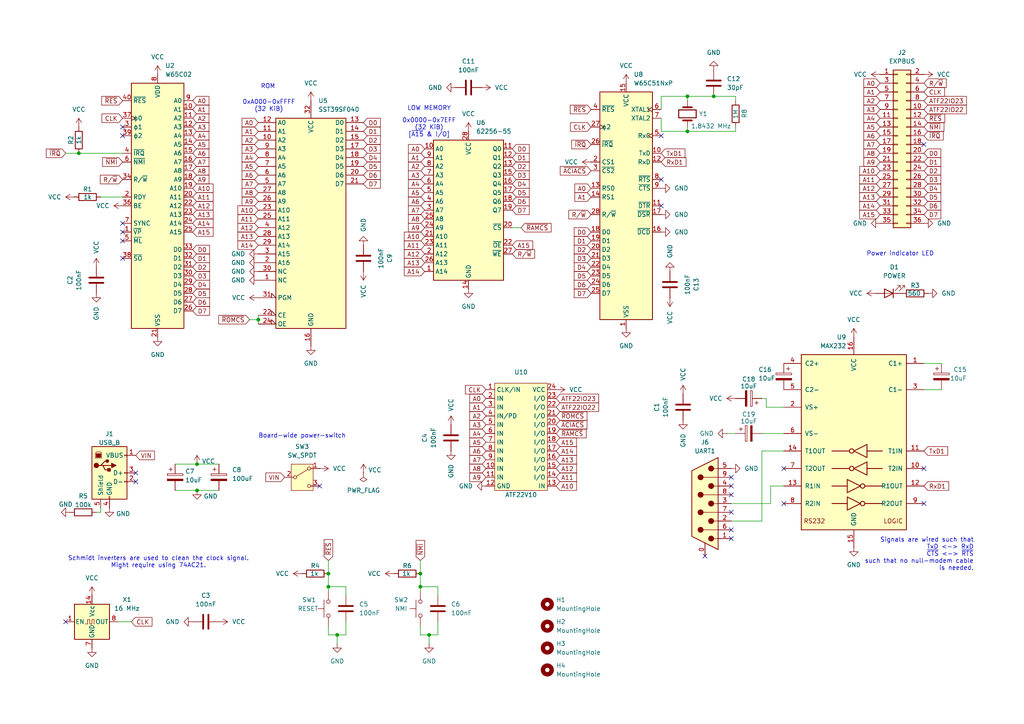
<source format=kicad_sch>
(kicad_sch (version 20250114) (generator "eeschema") (generator_version "9.0")
  (paper "A4")
  (title_block (title "ByteCradle 6502 - TINY") (date "2025-04-12") (rev "rev2"))
  (lib_symbols
    (symbol "65xx-library:W65C02SxP"
      (property "Reference" "U" (at 2.54 40.64 0))
      (property "Value" "W65C02SxP" (at 2.54 38.1 0))
      (symbol "W65C02SxP_1_1"
        (pin input line (at -10.16 30.48 0) (length 2.54) (name "~{RES}") (number "40"))
        (pin input clock (at -10.16 25.4 0) (length 2.54) (name "ϕ0") (number "37"))
        (pin output line (at -10.16 22.86 0) (length 2.54) (name "ϕ1") (number "3"))
        (pin output line (at -10.16 20.32 0) (length 2.54) (name "ϕ2") (number "39"))
        (pin input line (at -10.16 15.24 0) (length 2.54) (name "~{IRQ}") (number "4"))
        (pin input line (at -10.16 12.7 0) (length 2.54) (name "~{NMI}") (number "6"))
        (pin tri_state line (at -10.16 7.62 0) (length 2.54) (name "R/~{W}") (number "34"))
        (pin open_collector line (at -10.16 2.54 0) (length 2.54) (name "RDY") (number "2"))
        (pin input line (at -10.16 0 0) (length 2.54) (name "BE") (number "36"))
        (pin output line (at -10.16 -5.08 0) (length 2.54) (name "SYNC") (number "7"))
        (pin output line (at -10.16 -7.62 0) (length 2.54) (name "~{VP}") (number "1"))
        (pin output line (at -10.16 -10.16 0) (length 2.54) (name "~{ML}") (number "5"))
        (pin input line (at -10.16 -15.24 0) (length 2.54) (name "~{SO}") (number "38"))
        (pin no_connect non_logic (at -7.62 -30.48 0) (length 2.54) (hide yes) (name "nc") (number "35"))
        (pin power_in line (at 0 38.1 270) (length 2.54) (name "VDD") (number "8"))
        (pin power_in line (at 0 -38.1 90) (length 2.54) (name "VSS") (number "21"))
        (pin tri_state line (at 10.16 30.48 180) (length 2.54) (name "A0") (number "9"))
        (pin tri_state line (at 10.16 27.94 180) (length 2.54) (name "A1") (number "10"))
        (pin tri_state line (at 10.16 25.4 180) (length 2.54) (name "A2") (number "11"))
        (pin tri_state line (at 10.16 22.86 180) (length 2.54) (name "A3") (number "12"))
        (pin tri_state line (at 10.16 20.32 180) (length 2.54) (name "A4") (number "13"))
        (pin tri_state line (at 10.16 17.78 180) (length 2.54) (name "A5") (number "14"))
        (pin tri_state line (at 10.16 15.24 180) (length 2.54) (name "A6") (number "15"))
        (pin tri_state line (at 10.16 12.7 180) (length 2.54) (name "A7") (number "16"))
        (pin tri_state line (at 10.16 10.16 180) (length 2.54) (name "A8") (number "17"))
        (pin tri_state line (at 10.16 7.62 180) (length 2.54) (name "A9") (number "18"))
        (pin tri_state line (at 10.16 5.08 180) (length 2.54) (name "A10") (number "19"))
        (pin tri_state line (at 10.16 2.54 180) (length 2.54) (name "A11") (number "20"))
        (pin tri_state line (at 10.16 0 180) (length 2.54) (name "A12") (number "22"))
        (pin tri_state line (at 10.16 -2.54 180) (length 2.54) (name "A13") (number "23"))
        (pin tri_state line (at 10.16 -5.08 180) (length 2.54) (name "A14") (number "24"))
        (pin tri_state line (at 10.16 -7.62 180) (length 2.54) (name "A15") (number "25"))
        (pin bidirectional line (at 10.16 -12.7 180) (length 2.54) (name "D0") (number "33"))
        (pin bidirectional line (at 10.16 -15.24 180) (length 2.54) (name "D1") (number "32"))
        (pin bidirectional line (at 10.16 -17.78 180) (length 2.54) (name "D2") (number "31"))
        (pin bidirectional line (at 10.16 -20.32 180) (length 2.54) (name "D3") (number "30"))
        (pin bidirectional line (at 10.16 -22.86 180) (length 2.54) (name "D4") (number "29"))
        (pin bidirectional line (at 10.16 -25.4 180) (length 2.54) (name "D5") (number "28"))
        (pin bidirectional line (at 10.16 -27.94 180) (length 2.54) (name "D6") (number "27"))
        (pin bidirectional line (at 10.16 -30.48 180) (length 2.54) (name "D7") (number "26"))
      )
    )
    (symbol "65xx-library:W65C51NxP"
      (property "Reference" "U" (at 2.54 38.1 0))
      (property "Value" "W65C51NxP" (at 2.54 35.56 0))
      (symbol "W65C51NxP_1_1"
        (pin input line (at -10.16 27.94 0) (length 2.54) (name "~{RES}") (number "4"))
        (pin input clock (at -10.16 22.86 0) (length 2.54) (name "ϕ2") (number "27"))
        (pin open_collector line (at -10.16 17.78 0) (length 2.54) (name "~{IRQ}") (number "26"))
        (pin input line (at -10.16 12.7 0) (length 2.54) (name "CS1") (number "2"))
        (pin input line (at -10.16 10.16 0) (length 2.54) (name "~{CS2}") (number "3"))
        (pin input line (at -10.16 5.08 0) (length 2.54) (name "RS0") (number "13"))
        (pin input line (at -10.16 2.54 0) (length 2.54) (name "RS1") (number "14"))
        (pin input line (at -10.16 -2.54 0) (length 2.54) (name "R/~{W}") (number "28"))
        (pin bidirectional line (at -10.16 -7.62 0) (length 2.54) (name "D0") (number "18"))
        (pin bidirectional line (at -10.16 -10.16 0) (length 2.54) (name "D1") (number "19"))
        (pin bidirectional line (at -10.16 -12.7 0) (length 2.54) (name "D2") (number "20"))
        (pin bidirectional line (at -10.16 -15.24 0) (length 2.54) (name "D3") (number "21"))
        (pin bidirectional line (at -10.16 -17.78 0) (length 2.54) (name "D4") (number "22"))
        (pin bidirectional line (at -10.16 -20.32 0) (length 2.54) (name "D5") (number "23"))
        (pin bidirectional line (at -10.16 -22.86 0) (length 2.54) (name "D6") (number "24"))
        (pin bidirectional line (at -10.16 -25.4 0) (length 2.54) (name "D7") (number "25"))
        (pin power_in line (at 0 35.56 270) (length 2.54) (name "VCC") (number "15"))
        (pin power_in line (at 0 -35.56 90) (length 2.54) (name "VSS") (number "1"))
        (pin input clock (at 10.16 27.94 180) (length 2.54) (name "XTAL1") (number "6"))
        (pin output line (at 10.16 25.4 180) (length 2.54) (name "XTAL2") (number "7"))
        (pin bidirectional clock (at 10.16 20.32 180) (length 2.54) (name "RxC") (number "5"))
        (pin output line (at 10.16 15.24 180) (length 2.54) (name "TxD") (number "10"))
        (pin input line (at 10.16 12.7 180) (length 2.54) (name "RxD") (number "12"))
        (pin output line (at 10.16 7.62 180) (length 2.54) (name "~{RTS}") (number "8"))
        (pin input line (at 10.16 5.08 180) (length 2.54) (name "~{CTS}") (number "9"))
        (pin output line (at 10.16 0 180) (length 2.54) (name "~{DTR}") (number "11"))
        (pin input line (at 10.16 -2.54 180) (length 2.54) (name "~{DSR}") (number "17"))
        (pin input line (at 10.16 -7.62 180) (length 2.54) (name "~{DCD}") (number "16"))
      )
    )
    (symbol "Connector:DE9_Pins_MountingHoles" (pin_names (offset 1.016) (hide yes))
      (property "Reference" "J" (at 0 16.51 0))
      (property "Value" "DE9_Pins_MountingHoles" (at 0 14.605 0))
      (symbol "DE9_Pins_MountingHoles_1_1"
        (pin passive line (at -7.62 10.16 0) (length 3.81) (name "5") (number "5"))
        (pin passive line (at -7.62 7.62 0) (length 3.81) (name "9") (number "9"))
        (pin passive line (at -7.62 5.08 0) (length 3.81) (name "4") (number "4"))
        (pin passive line (at -7.62 2.54 0) (length 3.81) (name "8") (number "8"))
        (pin passive line (at -7.62 0 0) (length 3.81) (name "3") (number "3"))
        (pin passive line (at -7.62 -2.54 0) (length 3.81) (name "7") (number "7"))
        (pin passive line (at -7.62 -5.08 0) (length 3.81) (name "2") (number "2"))
        (pin passive line (at -7.62 -7.62 0) (length 3.81) (name "6") (number "6"))
        (pin passive line (at -7.62 -10.16 0) (length 3.81) (name "1") (number "1"))
        (pin passive line (at 0 -15.24 90) (length 3.81) (name "PAD") (number "0"))
      )
    )
    (symbol "Connector:USB_B" (pin_names (offset 1.016))
      (property "Reference" "J" (at -5.08 11.43 0))
      (property "Value" "USB_B" (at -5.08 8.89 0))
      (symbol "USB_B_1_1"
        (pin passive line (at -2.54 -10.16 90) (length 2.54) (name "Shield") (number "5"))
        (pin power_out line (at 0 -10.16 90) (length 2.54) (name "GND") (number "4"))
        (pin power_out line (at 7.62 5.08 180) (length 2.54) (name "VBUS") (number "1"))
        (pin bidirectional line (at 7.62 0 180) (length 2.54) (name "D+") (number "3"))
        (pin bidirectional line (at 7.62 -2.54 180) (length 2.54) (name "D-") (number "2"))
      )
    )
    (symbol "Connector_Generic:Conn_02x18_Odd_Even" (pin_names (offset 1.016) (hide yes))
      (property "Reference" "J" (at 1.27 22.86 0))
      (property "Value" "Conn_02x18_Odd_Even" (at 1.27 -25.4 0))
      (symbol "Conn_02x18_Odd_Even_1_1"
        (pin passive line (at -5.08 20.32 0) (length 3.81) (name "Pin_1") (number "1"))
        (pin passive line (at -5.08 17.78 0) (length 3.81) (name "Pin_3") (number "3"))
        (pin passive line (at -5.08 15.24 0) (length 3.81) (name "Pin_5") (number "5"))
        (pin passive line (at -5.08 12.7 0) (length 3.81) (name "Pin_7") (number "7"))
        (pin passive line (at -5.08 10.16 0) (length 3.81) (name "Pin_9") (number "9"))
        (pin passive line (at -5.08 7.62 0) (length 3.81) (name "Pin_11") (number "11"))
        (pin passive line (at -5.08 5.08 0) (length 3.81) (name "Pin_13") (number "13"))
        (pin passive line (at -5.08 2.54 0) (length 3.81) (name "Pin_15") (number "15"))
        (pin passive line (at -5.08 0 0) (length 3.81) (name "Pin_17") (number "17"))
        (pin passive line (at -5.08 -2.54 0) (length 3.81) (name "Pin_19") (number "19"))
        (pin passive line (at -5.08 -5.08 0) (length 3.81) (name "Pin_21") (number "21"))
        (pin passive line (at -5.08 -7.62 0) (length 3.81) (name "Pin_23") (number "23"))
        (pin passive line (at -5.08 -10.16 0) (length 3.81) (name "Pin_25") (number "25"))
        (pin passive line (at -5.08 -12.7 0) (length 3.81) (name "Pin_27") (number "27"))
        (pin passive line (at -5.08 -15.24 0) (length 3.81) (name "Pin_29") (number "29"))
        (pin passive line (at -5.08 -17.78 0) (length 3.81) (name "Pin_31") (number "31"))
        (pin passive line (at -5.08 -20.32 0) (length 3.81) (name "Pin_33") (number "33"))
        (pin passive line (at -5.08 -22.86 0) (length 3.81) (name "Pin_35") (number "35"))
        (pin passive line (at 7.62 20.32 180) (length 3.81) (name "Pin_2") (number "2"))
        (pin passive line (at 7.62 17.78 180) (length 3.81) (name "Pin_4") (number "4"))
        (pin passive line (at 7.62 15.24 180) (length 3.81) (name "Pin_6") (number "6"))
        (pin passive line (at 7.62 12.7 180) (length 3.81) (name "Pin_8") (number "8"))
        (pin passive line (at 7.62 10.16 180) (length 3.81) (name "Pin_10") (number "10"))
        (pin passive line (at 7.62 7.62 180) (length 3.81) (name "Pin_12") (number "12"))
        (pin passive line (at 7.62 5.08 180) (length 3.81) (name "Pin_14") (number "14"))
        (pin passive line (at 7.62 2.54 180) (length 3.81) (name "Pin_16") (number "16"))
        (pin passive line (at 7.62 0 180) (length 3.81) (name "Pin_18") (number "18"))
        (pin passive line (at 7.62 -2.54 180) (length 3.81) (name "Pin_20") (number "20"))
        (pin passive line (at 7.62 -5.08 180) (length 3.81) (name "Pin_22") (number "22"))
        (pin passive line (at 7.62 -7.62 180) (length 3.81) (name "Pin_24") (number "24"))
        (pin passive line (at 7.62 -10.16 180) (length 3.81) (name "Pin_26") (number "26"))
        (pin passive line (at 7.62 -12.7 180) (length 3.81) (name "Pin_28") (number "28"))
        (pin passive line (at 7.62 -15.24 180) (length 3.81) (name "Pin_30") (number "30"))
        (pin passive line (at 7.62 -17.78 180) (length 3.81) (name "Pin_32") (number "32"))
        (pin passive line (at 7.62 -20.32 180) (length 3.81) (name "Pin_34") (number "34"))
        (pin passive line (at 7.62 -22.86 180) (length 3.81) (name "Pin_36") (number "36"))
      )
    )
    (symbol "Device:C" (pin_numbers (hide yes)) (pin_names (offset 0.254))
      (property "Reference" "C" (at 0.635 2.54 0))
      (property "Value" "C" (at 0.635 -2.54 0))
      (symbol "C_1_1"
        (pin passive line (at 0 3.81 270) (length 2.794) (name "~") (number "1"))
        (pin passive line (at 0 -3.81 90) (length 2.794) (name "~") (number "2"))
      )
    )
    (symbol "Device:C_Polarized" (pin_numbers (hide yes)) (pin_names (offset 0.254))
      (property "Reference" "C" (at 0.635 2.54 0))
      (property "Value" "C_Polarized" (at 0.635 -2.54 0))
      (symbol "C_Polarized_1_1"
        (pin passive line (at 0 3.81 270) (length 2.794) (name "~") (number "1"))
        (pin passive line (at 0 -3.81 90) (length 2.794) (name "~") (number "2"))
      )
    )
    (symbol "Device:Crystal" (pin_numbers (hide yes)) (pin_names (offset 1.016) (hide yes))
      (property "Reference" "Y" (at 0 3.81 0))
      (property "Value" "Crystal" (at 0 -3.81 0))
      (symbol "Crystal_1_1"
        (pin passive line (at -3.81 0 0) (length 1.27) (name "1") (number "1"))
        (pin passive line (at 3.81 0 180) (length 1.27) (name "2") (number "2"))
      )
    )
    (symbol "Device:LED" (pin_numbers (hide yes)) (pin_names (offset 1.016) (hide yes))
      (property "Reference" "D" (at 0 2.54 0))
      (property "Value" "LED" (at 0 -2.54 0))
      (symbol "LED_1_1"
        (pin passive line (at -3.81 0 0) (length 2.54) (name "K") (number "1"))
        (pin passive line (at 3.81 0 180) (length 2.54) (name "A") (number "2"))
      )
    )
    (symbol "Device:R" (pin_numbers (hide yes)) (pin_names (offset 0))
      (property "Reference" "R" (at 2.032 0 90))
      (property "Value" "R" (at 0 0 90))
      (symbol "R_1_1"
        (pin passive line (at 0 3.81 270) (length 1.27) (name "~") (number "1"))
        (pin passive line (at 0 -3.81 90) (length 1.27) (name "~") (number "2"))
      )
    )
    (symbol "Interface_UART:MAX232" (pin_names (offset 1.016))
      (property "Reference" "U" (at -2.54 28.575 0))
      (property "Value" "MAX232" (at -2.54 26.67 0))
      (symbol "MAX232_0_0"
        (text "LOGIC" (at -11.43 -22.86 0) (effects (font (size 1.27 1.27))))
        (text "RS232" (at 11.43 -22.86 0) (effects (font (size 1.27 1.27))))
      )
      (symbol "MAX232_1_1"
        (pin passive line (at -20.32 22.86 0) (length 5.08) (name "C1+") (number "1"))
        (pin passive line (at -20.32 15.24 0) (length 5.08) (name "C1-") (number "3"))
        (pin input line (at -20.32 -2.54 0) (length 5.08) (name "T1IN") (number "11"))
        (pin input line (at -20.32 -7.62 0) (length 5.08) (name "T2IN") (number "10"))
        (pin output line (at -20.32 -12.7 0) (length 5.08) (name "R1OUT") (number "12"))
        (pin output line (at -20.32 -17.78 0) (length 5.08) (name "R2OUT") (number "9"))
        (pin power_in line (at 0 30.48 270) (length 5.08) (name "VCC") (number "16"))
        (pin power_in line (at 0 -30.48 90) (length 5.08) (name "GND") (number "15"))
        (pin passive line (at 20.32 22.86 180) (length 5.08) (name "C2+") (number "4"))
        (pin passive line (at 20.32 15.24 180) (length 5.08) (name "C2-") (number "5"))
        (pin power_out line (at 20.32 10.16 180) (length 5.08) (name "VS+") (number "2"))
        (pin power_out line (at 20.32 2.54 180) (length 5.08) (name "VS-") (number "6"))
        (pin output line (at 20.32 -2.54 180) (length 5.08) (name "T1OUT") (number "14"))
        (pin output line (at 20.32 -7.62 180) (length 5.08) (name "T2OUT") (number "7"))
        (pin input line (at 20.32 -12.7 180) (length 5.08) (name "R1IN") (number "13"))
        (pin input line (at 20.32 -17.78 180) (length 5.08) (name "R2IN") (number "8"))
      )
    )
    (symbol "Mechanical:MountingHole" (pin_names (offset 1.016)) (exclude_from_sim yes) (in_bom no)
      (property "Reference" "H" (at 0 5.08 0))
      (property "Value" "MountingHole" (at 0 3.175 0))
    )
    (symbol "Memory_Flash:SST39SF010"
      (property "Reference" "U" (at 2.54 33.02 0))
      (property "Value" "SST39SF010" (at 0 -30.48 0))
      (symbol "SST39SF010_0_0"
        (pin power_in line (at 0 36.83 270) (length 5.08) (name "VCC") (number "32"))
        (pin power_in line (at 0 -34.29 90) (length 5.08) (name "GND") (number "16"))
      )
      (symbol "SST39SF010_1_1"
        (pin input line (at -15.24 30.48 0) (length 5.08) (name "A0") (number "12"))
        (pin input line (at -15.24 27.94 0) (length 5.08) (name "A1") (number "11"))
        (pin input line (at -15.24 25.4 0) (length 5.08) (name "A2") (number "10"))
        (pin input line (at -15.24 22.86 0) (length 5.08) (name "A3") (number "9"))
        (pin input line (at -15.24 20.32 0) (length 5.08) (name "A4") (number "8"))
        (pin input line (at -15.24 17.78 0) (length 5.08) (name "A5") (number "7"))
        (pin input line (at -15.24 15.24 0) (length 5.08) (name "A6") (number "6"))
        (pin input line (at -15.24 12.7 0) (length 5.08) (name "A7") (number "5"))
        (pin input line (at -15.24 10.16 0) (length 5.08) (name "A8") (number "27"))
        (pin input line (at -15.24 7.62 0) (length 5.08) (name "A9") (number "26"))
        (pin input line (at -15.24 5.08 0) (length 5.08) (name "A10") (number "23"))
        (pin input line (at -15.24 2.54 0) (length 5.08) (name "A11") (number "25"))
        (pin input line (at -15.24 0 0) (length 5.08) (name "A12") (number "4"))
        (pin input line (at -15.24 -2.54 0) (length 5.08) (name "A13") (number "28"))
        (pin input line (at -15.24 -5.08 0) (length 5.08) (name "A14") (number "29"))
        (pin input line (at -15.24 -7.62 0) (length 5.08) (name "A15") (number "3"))
        (pin input line (at -15.24 -10.16 0) (length 5.08) (name "A16") (number "2"))
        (pin input line (at -15.24 -12.7 0) (length 5.08) (name "NC") (number "30"))
        (pin input line (at -15.24 -15.24 0) (length 5.08) (name "NC") (number "1"))
        (pin input input_low (at -15.24 -20.32 0) (length 5.08) (name "PGM") (number "31"))
        (pin input input_low (at -15.24 -25.4 0) (length 5.08) (name "CE") (number "22"))
        (pin input input_low (at -15.24 -27.94 0) (length 5.08) (name "OE") (number "24"))
        (pin tri_state line (at 15.24 30.48 180) (length 5.08) (name "D0") (number "13"))
        (pin tri_state line (at 15.24 27.94 180) (length 5.08) (name "D1") (number "14"))
        (pin tri_state line (at 15.24 25.4 180) (length 5.08) (name "D2") (number "15"))
        (pin tri_state line (at 15.24 22.86 180) (length 5.08) (name "D3") (number "17"))
        (pin tri_state line (at 15.24 20.32 180) (length 5.08) (name "D4") (number "18"))
        (pin tri_state line (at 15.24 17.78 180) (length 5.08) (name "D5") (number "19"))
        (pin tri_state line (at 15.24 15.24 180) (length 5.08) (name "D6") (number "20"))
        (pin tri_state line (at 15.24 12.7 180) (length 5.08) (name "D7") (number "21"))
      )
    )
    (symbol "Memory_RAM:CY62256-70PC"
      (property "Reference" "U" (at -10.16 20.955 0))
      (property "Value" "CY62256-70PC" (at 2.54 20.955 0))
      (symbol "CY62256-70PC_0_0"
        (pin power_in line (at 0 22.86 270) (length 2.54) (name "VCC") (number "28"))
        (pin power_in line (at 0 -22.86 90) (length 2.54) (name "GND") (number "14"))
      )
      (symbol "CY62256-70PC_1_1"
        (pin input line (at -12.7 17.78 0) (length 2.54) (name "A0") (number "10"))
        (pin input line (at -12.7 15.24 0) (length 2.54) (name "A1") (number "9"))
        (pin input line (at -12.7 12.7 0) (length 2.54) (name "A2") (number "8"))
        (pin input line (at -12.7 10.16 0) (length 2.54) (name "A3") (number "7"))
        (pin input line (at -12.7 7.62 0) (length 2.54) (name "A4") (number "6"))
        (pin input line (at -12.7 5.08 0) (length 2.54) (name "A5") (number "5"))
        (pin input line (at -12.7 2.54 0) (length 2.54) (name "A6") (number "4"))
        (pin input line (at -12.7 0 0) (length 2.54) (name "A7") (number "3"))
        (pin input line (at -12.7 -2.54 0) (length 2.54) (name "A8") (number "25"))
        (pin input line (at -12.7 -5.08 0) (length 2.54) (name "A9") (number "24"))
        (pin input line (at -12.7 -7.62 0) (length 2.54) (name "A10") (number "21"))
        (pin input line (at -12.7 -10.16 0) (length 2.54) (name "A11") (number "23"))
        (pin input line (at -12.7 -12.7 0) (length 2.54) (name "A12") (number "2"))
        (pin input line (at -12.7 -15.24 0) (length 2.54) (name "A13") (number "26"))
        (pin input line (at -12.7 -17.78 0) (length 2.54) (name "A14") (number "1"))
        (pin tri_state line (at 12.7 17.78 180) (length 2.54) (name "Q0") (number "11"))
        (pin tri_state line (at 12.7 15.24 180) (length 2.54) (name "Q1") (number "12"))
        (pin tri_state line (at 12.7 12.7 180) (length 2.54) (name "Q2") (number "13"))
        (pin tri_state line (at 12.7 10.16 180) (length 2.54) (name "Q3") (number "15"))
        (pin tri_state line (at 12.7 7.62 180) (length 2.54) (name "Q4") (number "16"))
        (pin tri_state line (at 12.7 5.08 180) (length 2.54) (name "Q5") (number "17"))
        (pin tri_state line (at 12.7 2.54 180) (length 2.54) (name "Q6") (number "18"))
        (pin tri_state line (at 12.7 0 180) (length 2.54) (name "Q7") (number "19"))
        (pin input line (at 12.7 -5.08 180) (length 2.54) (name "~{CS}") (number "20"))
        (pin input line (at 12.7 -10.16 180) (length 2.54) (name "~{OE}") (number "22"))
        (pin input line (at 12.7 -12.7 180) (length 2.54) (name "~{WE}") (number "27"))
      )
    )
    (symbol "Oscillator:CXO_DIP14" (pin_names (offset 0.254))
      (property "Reference" "Y" (at -5.08 6.35 0))
      (property "Value" "CXO_DIP14" (at 1.27 -6.35 0))
      (symbol "CXO_DIP14_1_1"
        (pin input line (at -7.62 0 0) (length 2.54) (name "EN") (number "1"))
        (pin power_in line (at 0 7.62 270) (length 2.54) (name "Vcc") (number "14"))
        (pin power_in line (at 0 -7.62 90) (length 2.54) (name "GND") (number "7"))
        (pin output line (at 7.62 0 180) (length 2.54) (name "OUT") (number "8"))
      )
    )
    (symbol "Switch:SW_Push" (pin_numbers (hide yes)) (pin_names (offset 1.016) (hide yes))
      (property "Reference" "SW" (at 1.27 2.54 0))
      (property "Value" "SW_Push" (at 0 -1.524 0))
      (symbol "SW_Push_0_1"
        (pin passive line (at -5.08 0 0) (length 2.54) (name "1") (number "1"))
        (pin passive line (at 5.08 0 180) (length 2.54) (name "2") (number "2"))
      )
    )
    (symbol "Switch:SW_SPDT" (pin_names (offset 0) (hide yes))
      (property "Reference" "SW" (at 0 5.08 0))
      (property "Value" "SW_SPDT" (at 0 -5.08 0))
      (symbol "SW_SPDT_1_1"
        (pin passive line (at -5.08 0 0) (length 2.54) (name "B") (number "2"))
        (pin passive line (at 5.08 2.54 180) (length 2.54) (name "A") (number "1"))
        (pin passive line (at 5.08 -2.54 180) (length 2.54) (name "C") (number "3"))
      )
    )
    (symbol "atf22v10:ATF22V10"
      (property "Reference" "U10" (at 0 8.89 0))
      (property "Value" "ATF22V10" (at 0 -26.67 0))
      (symbol "ATF22V10_1_1"
        (pin input line (at -10.16 3.81 0) (length 2.54) (name "CLK/IN") (number "1"))
        (pin input line (at -10.16 1.27 0) (length 2.54) (name "IN") (number "2"))
        (pin input line (at -10.16 -1.27 0) (length 2.54) (name "IN") (number "3"))
        (pin input line (at -10.16 -3.81 0) (length 2.54) (name "IN/PD") (number "4"))
        (pin input line (at -10.16 -6.35 0) (length 2.54) (name "IN") (number "5"))
        (pin input line (at -10.16 -8.89 0) (length 2.54) (name "IN") (number "6"))
        (pin input line (at -10.16 -11.43 0) (length 2.54) (name "IN") (number "7"))
        (pin input line (at -10.16 -13.97 0) (length 2.54) (name "IN") (number "8"))
        (pin input line (at -10.16 -16.51 0) (length 2.54) (name "IN") (number "9"))
        (pin input line (at -10.16 -19.05 0) (length 2.54) (name "IN") (number "10"))
        (pin input line (at -10.16 -21.59 0) (length 2.54) (name "IN") (number "11"))
        (pin input line (at -10.16 -24.13 0) (length 2.54) (name "GND") (number "12"))
        (pin input line (at 10.16 3.81 180) (length 2.54) (name "VCC") (number "24"))
        (pin bidirectional line (at 10.16 1.27 180) (length 2.54) (name "I/O") (number "23"))
        (pin bidirectional line (at 10.16 -1.27 180) (length 2.54) (name "I/O") (number "22"))
        (pin bidirectional line (at 10.16 -3.81 180) (length 2.54) (name "I/O") (number "21"))
        (pin bidirectional line (at 10.16 -6.35 180) (length 2.54) (name "I/O") (number "20"))
        (pin bidirectional line (at 10.16 -8.89 180) (length 2.54) (name "I/O") (number "19"))
        (pin bidirectional line (at 10.16 -11.43 180) (length 2.54) (name "I/O") (number "18"))
        (pin bidirectional line (at 10.16 -13.97 180) (length 2.54) (name "I/O") (number "17"))
        (pin bidirectional line (at 10.16 -16.51 180) (length 2.54) (name "I/O") (number "16"))
        (pin bidirectional line (at 10.16 -19.05 180) (length 2.54) (name "I/O") (number "15"))
        (pin bidirectional line (at 10.16 -21.59 180) (length 2.54) (name "I/O") (number "14"))
        (pin input line (at 10.16 -24.13 180) (length 2.54) (name "IN") (number "13"))
      )
    )
    (symbol "power:GND" (power) (pin_numbers (hide yes)) (pin_names (offset 0) (hide yes))
      (property "Value" "GND" (at 0 -3.81 0))
      (symbol "GND_1_1"
        (pin power_in line (at 0 0 270) (length 0) (name "~") (number "1"))
      )
    )
    (symbol "power:PWR_FLAG" (power) (pin_numbers (hide yes)) (pin_names (offset 0) (hide yes))
      (property "Value" "PWR_FLAG" (at 0 3.81 0))
      (symbol "PWR_FLAG_0_0"
        (pin power_out line (at 0 0 90) (length 0) (name "~") (number "1"))
      )
    )
    (symbol "power:VCC" (power) (pin_numbers (hide yes)) (pin_names (offset 0) (hide yes))
      (property "Value" "VCC" (at 0 3.556 0))
      (symbol "VCC_1_1"
        (pin power_in line (at 0 0 90) (length 0) (name "~") (number "1"))
      )
    )
  )
  (text "LOW MEMORY" (at 124.46 31.496 0) (effects (font (size 1.27 1.27))))
  (text "0x0000-0x7EFF\n(32 KiB)\n[~{A15} & I/O]" (at 124.46 37.084 0) (effects (font (size 1.27 1.27))))
  (text "0xA000-0xFFFF\n(32 KiB)" (at 77.978 30.734 0) (effects (font (size 1.27 1.27))))
  (text "Schmidt inverters are used to clean the clock signal.\nMight require using 74AC21." (at 45.974 163.068 0) (effects (font (size 1.27 1.27))))
  (text "Power indicator LED" (at 261.112 73.66 0) (effects (font (size 1.27 1.27))))
  (text "ROM" (at 77.724 25.146 0) (effects (font (size 1.27 1.27))))
  (text "Signals are wired such that\nTxD <-> RxD\n~{CTS} <-> ~{RTS}\nsuch that no null-modem cable\nis needed." (at 282.448 160.782 0) (effects (font (size 1.27 1.27)) (justify right)))
  (text "Board-wide power-switch\n" (at 87.63 126.492 0) (effects (font (size 1.27 1.27))))
  (junction (at 207.01 27.94))
  (junction (at 74.93 92.71))
  (junction (at 95.25 170.18))
  (junction (at 121.92 166.37))
  (junction (at 121.92 170.18))
  (junction (at 57.15 142.24))
  (junction (at 199.39 27.94))
  (junction (at 22.86 44.45))
  (junction (at 57.15 134.62))
  (junction (at 124.46 184.15))
  (junction (at 95.25 166.37))
  (junction (at 199.39 38.1))
  (junction (at 97.79 184.15))
  (no_connect (at 35.56 39.37))
  (no_connect (at 35.56 74.93))
  (no_connect (at 204.47 161.29))
  (no_connect (at 212.09 138.43))
  (no_connect (at 19.05 180.34))
  (no_connect (at 92.71 140.97))
  (no_connect (at 191.77 52.07))
  (no_connect (at 212.09 140.97))
  (no_connect (at 35.56 36.83))
  (no_connect (at 35.56 67.31))
  (no_connect (at 227.33 146.05))
  (no_connect (at 212.09 156.21))
  (no_connect (at 212.09 153.67))
  (no_connect (at 267.97 41.91))
  (no_connect (at 212.09 143.51))
  (no_connect (at 191.77 59.69))
  (no_connect (at 267.97 146.05))
  (no_connect (at 227.33 135.89))
  (no_connect (at 35.56 64.77))
  (no_connect (at 39.37 139.7))
  (no_connect (at 212.09 148.59))
  (no_connect (at 191.77 39.37))
  (no_connect (at 39.37 137.16))
  (no_connect (at 267.97 135.89))
  (no_connect (at 35.56 69.85))
  (wire (pts (xy 29.21 148.59) (xy 29.21 147.32)))
  (wire (pts (xy 199.39 27.94) (xy 199.39 29.21)))
  (wire (pts (xy 95.25 181.61) (xy 95.25 184.15)))
  (wire (pts (xy 34.29 180.34) (xy 38.1 180.34)))
  (wire (pts (xy 213.36 125.73) (xy 210.82 125.73)))
  (wire (pts (xy 191.77 27.94) (xy 191.77 31.75)))
  (wire (pts (xy 50.8 134.62) (xy 57.15 134.62)))
  (wire (pts (xy 57.15 134.62) (xy 63.5 134.62)))
  (wire (pts (xy 151.13 66.04) (xy 148.59 66.04)))
  (wire (pts (xy 121.92 162.56) (xy 121.92 166.37)))
  (wire (pts (xy 273.05 105.41) (xy 267.97 105.41)))
  (wire (pts (xy 50.8 142.24) (xy 57.15 142.24)))
  (wire (pts (xy 121.92 166.37) (xy 121.92 170.18)))
  (wire (pts (xy 220.98 130.81) (xy 220.98 151.13)))
  (wire (pts (xy 95.25 162.56) (xy 95.25 166.37)))
  (wire (pts (xy 220.98 151.13) (xy 212.09 151.13)))
  (wire (pts (xy 100.33 170.18) (xy 100.33 172.72)))
  (wire (pts (xy 223.52 140.97) (xy 227.33 140.97)))
  (wire (pts (xy 100.33 184.15) (xy 100.33 180.34)))
  (wire (pts (xy 223.52 146.05) (xy 223.52 140.97)))
  (wire (pts (xy 121.92 170.18) (xy 127 170.18)))
  (wire (pts (xy 22.86 44.45) (xy 35.56 44.45)))
  (wire (pts (xy 121.92 184.15) (xy 124.46 184.15)))
  (wire (pts (xy 199.39 38.1) (xy 213.36 38.1)))
  (wire (pts (xy 74.93 92.71) (xy 74.93 93.98)))
  (wire (pts (xy 213.36 38.1) (xy 213.36 36.83)))
  (wire (pts (xy 95.25 170.18) (xy 95.25 171.45)))
  (wire (pts (xy 207.01 27.94) (xy 213.36 27.94)))
  (wire (pts (xy 121.92 181.61) (xy 121.92 184.15)))
  (wire (pts (xy 121.92 170.18) (xy 121.92 171.45)))
  (wire (pts (xy 19.05 44.45) (xy 22.86 44.45)))
  (wire (pts (xy 74.93 92.71) (xy 74.93 91.44)))
  (wire (pts (xy 227.33 118.11) (xy 222.25 118.11)))
  (wire (pts (xy 213.36 27.94) (xy 213.36 29.21)))
  (wire (pts (xy 124.46 184.15) (xy 127 184.15)))
  (wire (pts (xy 127 170.18) (xy 127 172.72)))
  (wire (pts (xy 72.39 92.71) (xy 74.93 92.71)))
  (wire (pts (xy 191.77 38.1) (xy 199.39 38.1)))
  (wire (pts (xy 227.33 125.73) (xy 220.98 125.73)))
  (wire (pts (xy 95.25 170.18) (xy 100.33 170.18)))
  (wire (pts (xy 97.79 184.15) (xy 97.79 186.69)))
  (wire (pts (xy 127 184.15) (xy 127 180.34)))
  (wire (pts (xy 222.25 115.57) (xy 220.98 115.57)))
  (wire (pts (xy 57.15 142.24) (xy 63.5 142.24)))
  (wire (pts (xy 27.94 148.59) (xy 29.21 148.59)))
  (wire (pts (xy 97.79 184.15) (xy 100.33 184.15)))
  (wire (pts (xy 273.05 113.03) (xy 267.97 113.03)))
  (wire (pts (xy 212.09 146.05) (xy 223.52 146.05)))
  (wire (pts (xy 191.77 34.29) (xy 191.77 38.1)))
  (wire (pts (xy 199.39 27.94) (xy 191.77 27.94)))
  (wire (pts (xy 29.21 57.15) (xy 35.56 57.15)))
  (wire (pts (xy 199.39 27.94) (xy 207.01 27.94)))
  (wire (pts (xy 222.25 118.11) (xy 222.25 115.57)))
  (wire (pts (xy 199.39 38.1) (xy 199.39 36.83)))
  (wire (pts (xy 220.98 130.81) (xy 227.33 130.81)))
  (wire (pts (xy 124.46 184.15) (xy 124.46 186.69)))
  (wire (pts (xy 95.25 166.37) (xy 95.25 170.18)))
  (wire (pts (xy 95.25 184.15) (xy 97.79 184.15)))
  (global_label "A6" (shape input) (at 123.19 58.42 180) (property "Intersheetrefs" "${INTERSHEET_REFS}" (effects (hide yes))))
  (global_label "TxD1" (shape input) (at 191.77 44.45 0) (property "Intersheetrefs" "${INTERSHEET_REFS}" (effects (hide yes))))
  (global_label "A13" (shape input) (at 74.93 68.58 180) (property "Intersheetrefs" "${INTERSHEET_REFS}" (effects (hide yes))))
  (global_label "A1" (shape input) (at 55.88 31.75 0) (property "Intersheetrefs" "${INTERSHEET_REFS}" (effects (hide yes))))
  (global_label "ATF22IO22" (shape input) (at 161.29 118.11 0) (property "Intersheetrefs" "${INTERSHEET_REFS}" (effects (hide yes))))
  (global_label "D6" (shape input) (at 171.45 82.55 180) (property "Intersheetrefs" "${INTERSHEET_REFS}" (effects (hide yes))))
  (global_label "D6" (shape input) (at 55.88 87.63 0) (property "Intersheetrefs" "${INTERSHEET_REFS}" (effects (hide yes))))
  (global_label "D3" (shape input) (at 105.41 43.18 0) (property "Intersheetrefs" "${INTERSHEET_REFS}" (effects (hide yes))))
  (global_label "A11" (shape input) (at 123.19 71.12 180) (property "Intersheetrefs" "${INTERSHEET_REFS}" (effects (hide yes))))
  (global_label "A10" (shape input) (at 123.19 68.58 180) (property "Intersheetrefs" "${INTERSHEET_REFS}" (effects (hide yes))))
  (global_label "A15" (shape input) (at 255.27 62.23 180) (property "Intersheetrefs" "${INTERSHEET_REFS}" (effects (hide yes))))
  (global_label "A8" (shape input) (at 55.88 49.53 0) (property "Intersheetrefs" "${INTERSHEET_REFS}" (effects (hide yes))))
  (global_label "A15" (shape input) (at 55.88 67.31 0) (property "Intersheetrefs" "${INTERSHEET_REFS}" (effects (hide yes))))
  (global_label "D2" (shape input) (at 267.97 49.53 0) (property "Intersheetrefs" "${INTERSHEET_REFS}" (effects (hide yes))))
  (global_label "A5" (shape input) (at 255.27 36.83 180) (property "Intersheetrefs" "${INTERSHEET_REFS}" (effects (hide yes))))
  (global_label "A11" (shape input) (at 161.29 138.43 0) (property "Intersheetrefs" "${INTERSHEET_REFS}" (effects (hide yes))))
  (global_label "A1" (shape input) (at 140.97 118.11 180) (property "Intersheetrefs" "${INTERSHEET_REFS}" (effects (hide yes))))
  (global_label "A11" (shape input) (at 55.88 57.15 0) (property "Intersheetrefs" "${INTERSHEET_REFS}" (effects (hide yes))))
  (global_label "A1" (shape input) (at 171.45 57.15 180) (property "Intersheetrefs" "${INTERSHEET_REFS}" (effects (hide yes))))
  (global_label "D6" (shape input) (at 267.97 59.69 0) (property "Intersheetrefs" "${INTERSHEET_REFS}" (effects (hide yes))))
  (global_label "A5" (shape input) (at 140.97 128.27 180) (property "Intersheetrefs" "${INTERSHEET_REFS}" (effects (hide yes))))
  (global_label "A12" (shape input) (at 161.29 135.89 0) (property "Intersheetrefs" "${INTERSHEET_REFS}" (effects (hide yes))))
  (global_label "D6" (shape input) (at 105.41 50.8 0) (property "Intersheetrefs" "${INTERSHEET_REFS}" (effects (hide yes))))
  (global_label "A12" (shape input) (at 123.19 73.66 180) (property "Intersheetrefs" "${INTERSHEET_REFS}" (effects (hide yes))))
  (global_label "A7" (shape input) (at 55.88 46.99 0) (property "Intersheetrefs" "${INTERSHEET_REFS}" (effects (hide yes))))
  (global_label "A6" (shape input) (at 74.93 50.8 180) (property "Intersheetrefs" "${INTERSHEET_REFS}" (effects (hide yes))))
  (global_label "A7" (shape input) (at 140.97 133.35 180) (property "Intersheetrefs" "${INTERSHEET_REFS}" (effects (hide yes))))
  (global_label "A6" (shape input) (at 55.88 44.45 0) (property "Intersheetrefs" "${INTERSHEET_REFS}" (effects (hide yes))))
  (global_label "A13" (shape input) (at 161.29 133.35 0) (property "Intersheetrefs" "${INTERSHEET_REFS}" (effects (hide yes))))
  (global_label "A7" (shape input) (at 255.27 41.91 180) (property "Intersheetrefs" "${INTERSHEET_REFS}" (effects (hide yes))))
  (global_label "A0" (shape input) (at 171.45 54.61 180) (property "Intersheetrefs" "${INTERSHEET_REFS}" (effects (hide yes))))
  (global_label "A14" (shape input) (at 55.88 64.77 0) (property "Intersheetrefs" "${INTERSHEET_REFS}" (effects (hide yes))))
  (global_label "D3" (shape input) (at 171.45 74.93 180) (property "Intersheetrefs" "${INTERSHEET_REFS}" (effects (hide yes))))
  (global_label "A3" (shape input) (at 255.27 31.75 180) (property "Intersheetrefs" "${INTERSHEET_REFS}" (effects (hide yes))))
  (global_label "D1" (shape input) (at 55.88 74.93 0) (property "Intersheetrefs" "${INTERSHEET_REFS}" (effects (hide yes))))
  (global_label "D6" (shape input) (at 148.59 58.42 0) (property "Intersheetrefs" "${INTERSHEET_REFS}" (effects (hide yes))))
  (global_label "D4" (shape input) (at 55.88 82.55 0) (property "Intersheetrefs" "${INTERSHEET_REFS}" (effects (hide yes))))
  (global_label "~{IRQ}" (shape input) (at 267.97 39.37 0) (property "Intersheetrefs" "${INTERSHEET_REFS}" (effects (hide yes))))
  (global_label "VIN" (shape input) (at 39.37 132.08 0) (property "Intersheetrefs" "${INTERSHEET_REFS}" (effects (hide yes))))
  (global_label "~{IRQ}" (shape input) (at 171.45 41.91 180) (property "Intersheetrefs" "${INTERSHEET_REFS}" (effects (hide yes))))
  (global_label "CLK" (shape input) (at 35.56 34.29 180) (property "Intersheetrefs" "${INTERSHEET_REFS}" (effects (hide yes))))
  (global_label "D3" (shape input) (at 55.88 80.01 0) (property "Intersheetrefs" "${INTERSHEET_REFS}" (effects (hide yes))))
  (global_label "D0" (shape input) (at 55.88 72.39 0) (property "Intersheetrefs" "${INTERSHEET_REFS}" (effects (hide yes))))
  (global_label "A5" (shape input) (at 55.88 41.91 0) (property "Intersheetrefs" "${INTERSHEET_REFS}" (effects (hide yes))))
  (global_label "A5" (shape input) (at 123.19 55.88 180) (property "Intersheetrefs" "${INTERSHEET_REFS}" (effects (hide yes))))
  (global_label "A6" (shape input) (at 140.97 130.81 180) (property "Intersheetrefs" "${INTERSHEET_REFS}" (effects (hide yes))))
  (global_label "~{IRQ}" (shape input) (at 19.05 44.45 180) (property "Intersheetrefs" "${INTERSHEET_REFS}" (effects (hide yes))))
  (global_label "R{slash}~{W}" (shape input) (at 148.59 73.66 0) (property "Intersheetrefs" "${INTERSHEET_REFS}" (effects (hide yes))))
  (global_label "A2" (shape input) (at 255.27 29.21 180) (property "Intersheetrefs" "${INTERSHEET_REFS}" (effects (hide yes))))
  (global_label "D1" (shape input) (at 267.97 46.99 0) (property "Intersheetrefs" "${INTERSHEET_REFS}" (effects (hide yes))))
  (global_label "A9" (shape input) (at 140.97 138.43 180) (property "Intersheetrefs" "${INTERSHEET_REFS}" (effects (hide yes))))
  (global_label "~{RAMCS}" (shape input) (at 161.29 125.73 0) (property "Intersheetrefs" "${INTERSHEET_REFS}" (effects (hide yes))))
  (global_label "~{RES}" (shape input) (at 171.45 31.75 180) (property "Intersheetrefs" "${INTERSHEET_REFS}" (effects (hide yes))))
  (global_label "ATF22IO22" (shape input) (at 267.97 31.75 0) (property "Intersheetrefs" "${INTERSHEET_REFS}" (effects (hide yes))))
  (global_label "A3" (shape input) (at 55.88 36.83 0) (property "Intersheetrefs" "${INTERSHEET_REFS}" (effects (hide yes))))
  (global_label "D5" (shape input) (at 55.88 85.09 0) (property "Intersheetrefs" "${INTERSHEET_REFS}" (effects (hide yes))))
  (global_label "~{NMI}" (shape input) (at 35.56 46.99 180) (property "Intersheetrefs" "${INTERSHEET_REFS}" (effects (hide yes))))
  (global_label "A13" (shape input) (at 55.88 62.23 0) (property "Intersheetrefs" "${INTERSHEET_REFS}" (effects (hide yes))))
  (global_label "A10" (shape input) (at 255.27 49.53 180) (property "Intersheetrefs" "${INTERSHEET_REFS}" (effects (hide yes))))
  (global_label "A7" (shape input) (at 123.19 60.96 180) (property "Intersheetrefs" "${INTERSHEET_REFS}" (effects (hide yes))))
  (global_label "A11" (shape input) (at 255.27 52.07 180) (property "Intersheetrefs" "${INTERSHEET_REFS}" (effects (hide yes))))
  (global_label "ATF22IO23" (shape input) (at 161.29 115.57 0) (property "Intersheetrefs" "${INTERSHEET_REFS}" (effects (hide yes))))
  (global_label "A9" (shape input) (at 55.88 52.07 0) (property "Intersheetrefs" "${INTERSHEET_REFS}" (effects (hide yes))))
  (global_label "D4" (shape input) (at 105.41 45.72 0) (property "Intersheetrefs" "${INTERSHEET_REFS}" (effects (hide yes))))
  (global_label "A10" (shape input) (at 55.88 54.61 0) (property "Intersheetrefs" "${INTERSHEET_REFS}" (effects (hide yes))))
  (global_label "D0" (shape input) (at 105.41 35.56 0) (property "Intersheetrefs" "${INTERSHEET_REFS}" (effects (hide yes))))
  (global_label "CLK" (shape input) (at 171.45 36.83 180) (property "Intersheetrefs" "${INTERSHEET_REFS}" (effects (hide yes))))
  (global_label "A4" (shape input) (at 74.93 45.72 180) (property "Intersheetrefs" "${INTERSHEET_REFS}" (effects (hide yes))))
  (global_label "A15" (shape input) (at 148.59 71.12 0) (property "Intersheetrefs" "${INTERSHEET_REFS}" (effects (hide yes))))
  (global_label "A3" (shape input) (at 140.97 123.19 180) (property "Intersheetrefs" "${INTERSHEET_REFS}" (effects (hide yes))))
  (global_label "D2" (shape input) (at 55.88 77.47 0) (property "Intersheetrefs" "${INTERSHEET_REFS}" (effects (hide yes))))
  (global_label "~{RES}" (shape input) (at 267.97 34.29 0) (property "Intersheetrefs" "${INTERSHEET_REFS}" (effects (hide yes))))
  (global_label "A14" (shape input) (at 123.19 78.74 180) (property "Intersheetrefs" "${INTERSHEET_REFS}" (effects (hide yes))))
  (global_label "ATF22IO23" (shape input) (at 267.97 29.21 0) (property "Intersheetrefs" "${INTERSHEET_REFS}" (effects (hide yes))))
  (global_label "A6" (shape input) (at 255.27 39.37 180) (property "Intersheetrefs" "${INTERSHEET_REFS}" (effects (hide yes))))
  (global_label "~{ACIACS}" (shape input) (at 171.45 49.53 180) (property "Intersheetrefs" "${INTERSHEET_REFS}" (effects (hide yes))))
  (global_label "A10" (shape input) (at 74.93 60.96 180) (property "Intersheetrefs" "${INTERSHEET_REFS}" (effects (hide yes))))
  (global_label "D7" (shape input) (at 267.97 62.23 0) (property "Intersheetrefs" "${INTERSHEET_REFS}" (effects (hide yes))))
  (global_label "D2" (shape input) (at 148.59 48.26 0) (property "Intersheetrefs" "${INTERSHEET_REFS}" (effects (hide yes))))
  (global_label "D2" (shape input) (at 105.41 40.64 0) (property "Intersheetrefs" "${INTERSHEET_REFS}" (effects (hide yes))))
  (global_label "~{ROMCS}" (shape input) (at 72.39 92.71 180) (property "Intersheetrefs" "${INTERSHEET_REFS}" (effects (hide yes))))
  (global_label "CLK" (shape input) (at 140.97 113.03 180) (property "Intersheetrefs" "${INTERSHEET_REFS}" (effects (hide yes))))
  (global_label "D2" (shape input) (at 171.45 72.39 180) (property "Intersheetrefs" "${INTERSHEET_REFS}" (effects (hide yes))))
  (global_label "A4" (shape input) (at 140.97 125.73 180) (property "Intersheetrefs" "${INTERSHEET_REFS}" (effects (hide yes))))
  (global_label "RxD1" (shape input) (at 267.97 140.97 0) (property "Intersheetrefs" "${INTERSHEET_REFS}" (effects (hide yes))))
  (global_label "A1" (shape input) (at 255.27 26.67 180) (property "Intersheetrefs" "${INTERSHEET_REFS}" (effects (hide yes))))
  (global_label "A9" (shape input) (at 255.27 46.99 180) (property "Intersheetrefs" "${INTERSHEET_REFS}" (effects (hide yes))))
  (global_label "A9" (shape input) (at 123.19 66.04 180) (property "Intersheetrefs" "${INTERSHEET_REFS}" (effects (hide yes))))
  (global_label "A0" (shape input) (at 74.93 35.56 180) (property "Intersheetrefs" "${INTERSHEET_REFS}" (effects (hide yes))))
  (global_label "A4" (shape input) (at 55.88 39.37 0) (property "Intersheetrefs" "${INTERSHEET_REFS}" (effects (hide yes))))
  (global_label "D3" (shape input) (at 267.97 52.07 0) (property "Intersheetrefs" "${INTERSHEET_REFS}" (effects (hide yes))))
  (global_label "~{NMI}" (shape input) (at 267.97 36.83 0) (property "Intersheetrefs" "${INTERSHEET_REFS}" (effects (hide yes))))
  (global_label "A0" (shape input) (at 140.97 115.57 180) (property "Intersheetrefs" "${INTERSHEET_REFS}" (effects (hide yes))))
  (global_label "A15" (shape input) (at 161.29 128.27 0) (property "Intersheetrefs" "${INTERSHEET_REFS}" (effects (hide yes))))
  (global_label "R{slash}~{W}" (shape input) (at 171.45 62.23 180) (property "Intersheetrefs" "${INTERSHEET_REFS}" (effects (hide yes))))
  (global_label "D5" (shape input) (at 105.41 48.26 0) (property "Intersheetrefs" "${INTERSHEET_REFS}" (effects (hide yes))))
  (global_label "A13" (shape input) (at 123.19 76.2 180) (property "Intersheetrefs" "${INTERSHEET_REFS}" (effects (hide yes))))
  (global_label "A1" (shape input) (at 123.19 45.72 180) (property "Intersheetrefs" "${INTERSHEET_REFS}" (effects (hide yes))))
  (global_label "VIN" (shape input) (at 82.55 138.43 180) (property "Intersheetrefs" "${INTERSHEET_REFS}" (effects (hide yes))))
  (global_label "A9" (shape input) (at 74.93 58.42 180) (property "Intersheetrefs" "${INTERSHEET_REFS}" (effects (hide yes))))
  (global_label "~{ROMCS}" (shape input) (at 161.29 120.65 0) (property "Intersheetrefs" "${INTERSHEET_REFS}" (effects (hide yes))))
  (global_label "D3" (shape input) (at 148.59 50.8 0) (property "Intersheetrefs" "${INTERSHEET_REFS}" (effects (hide yes))))
  (global_label "R{slash}~{W}" (shape input) (at 267.97 24.13 0) (property "Intersheetrefs" "${INTERSHEET_REFS}" (effects (hide yes))))
  (global_label "A11" (shape input) (at 74.93 63.5 180) (property "Intersheetrefs" "${INTERSHEET_REFS}" (effects (hide yes))))
  (global_label "D0" (shape input) (at 267.97 44.45 0) (property "Intersheetrefs" "${INTERSHEET_REFS}" (effects (hide yes))))
  (global_label "A8" (shape input) (at 255.27 44.45 180) (property "Intersheetrefs" "${INTERSHEET_REFS}" (effects (hide yes))))
  (global_label "~{RES}" (shape input) (at 35.56 29.21 180) (property "Intersheetrefs" "${INTERSHEET_REFS}" (effects (hide yes))))
  (global_label "TxD1" (shape input) (at 267.97 130.81 0) (property "Intersheetrefs" "${INTERSHEET_REFS}" (effects (hide yes))))
  (global_label "D7" (shape input) (at 171.45 85.09 180) (property "Intersheetrefs" "${INTERSHEET_REFS}" (effects (hide yes))))
  (global_label "CLK" (shape input) (at 38.1 180.34 0) (property "Intersheetrefs" "${INTERSHEET_REFS}" (effects (hide yes))))
  (global_label "D0" (shape input) (at 171.45 67.31 180) (property "Intersheetrefs" "${INTERSHEET_REFS}" (effects (hide yes))))
  (global_label "D4" (shape input) (at 171.45 77.47 180) (property "Intersheetrefs" "${INTERSHEET_REFS}" (effects (hide yes))))
  (global_label "D1" (shape input) (at 148.59 45.72 0) (property "Intersheetrefs" "${INTERSHEET_REFS}" (effects (hide yes))))
  (global_label "D5" (shape input) (at 267.97 57.15 0) (property "Intersheetrefs" "${INTERSHEET_REFS}" (effects (hide yes))))
  (global_label "A12" (shape input) (at 55.88 59.69 0) (property "Intersheetrefs" "${INTERSHEET_REFS}" (effects (hide yes))))
  (global_label "A2" (shape input) (at 123.19 48.26 180) (property "Intersheetrefs" "${INTERSHEET_REFS}" (effects (hide yes))))
  (global_label "~{ACIACS}" (shape input) (at 161.29 123.19 0) (property "Intersheetrefs" "${INTERSHEET_REFS}" (effects (hide yes))))
  (global_label "CLK" (shape input) (at 267.97 26.67 0) (property "Intersheetrefs" "${INTERSHEET_REFS}" (effects (hide yes))))
  (global_label "D5" (shape input) (at 148.59 55.88 0) (property "Intersheetrefs" "${INTERSHEET_REFS}" (effects (hide yes))))
  (global_label "A2" (shape input) (at 74.93 40.64 180) (property "Intersheetrefs" "${INTERSHEET_REFS}" (effects (hide yes))))
  (global_label "A8" (shape input) (at 140.97 135.89 180) (property "Intersheetrefs" "${INTERSHEET_REFS}" (effects (hide yes))))
  (global_label "A4" (shape input) (at 123.19 53.34 180) (property "Intersheetrefs" "${INTERSHEET_REFS}" (effects (hide yes))))
  (global_label "~{RES}" (shape input) (at 95.25 162.56 90) (property "Intersheetrefs" "${INTERSHEET_REFS}" (effects (hide yes))))
  (global_label "~{NMI}" (shape input) (at 121.92 162.56 90) (property "Intersheetrefs" "${INTERSHEET_REFS}" (effects (hide yes))))
  (global_label "A14" (shape input) (at 74.93 71.12 180) (property "Intersheetrefs" "${INTERSHEET_REFS}" (effects (hide yes))))
  (global_label "D7" (shape input) (at 105.41 53.34 0) (property "Intersheetrefs" "${INTERSHEET_REFS}" (effects (hide yes))))
  (global_label "D0" (shape input) (at 148.59 43.18 0) (property "Intersheetrefs" "${INTERSHEET_REFS}" (effects (hide yes))))
  (global_label "A13" (shape input) (at 255.27 57.15 180) (property "Intersheetrefs" "${INTERSHEET_REFS}" (effects (hide yes))))
  (global_label "A2" (shape input) (at 140.97 120.65 180) (property "Intersheetrefs" "${INTERSHEET_REFS}" (effects (hide yes))))
  (global_label "A8" (shape input) (at 74.93 55.88 180) (property "Intersheetrefs" "${INTERSHEET_REFS}" (effects (hide yes))))
  (global_label "A2" (shape input) (at 55.88 34.29 0) (property "Intersheetrefs" "${INTERSHEET_REFS}" (effects (hide yes))))
  (global_label "D4" (shape input) (at 267.97 54.61 0) (property "Intersheetrefs" "${INTERSHEET_REFS}" (effects (hide yes))))
  (global_label "A4" (shape input) (at 255.27 34.29 180) (property "Intersheetrefs" "${INTERSHEET_REFS}" (effects (hide yes))))
  (global_label "D7" (shape input) (at 148.59 60.96 0) (property "Intersheetrefs" "${INTERSHEET_REFS}" (effects (hide yes))))
  (global_label "RxD1" (shape input) (at 191.77 46.99 0) (property "Intersheetrefs" "${INTERSHEET_REFS}" (effects (hide yes))))
  (global_label "A5" (shape input) (at 74.93 48.26 180) (property "Intersheetrefs" "${INTERSHEET_REFS}" (effects (hide yes))))
  (global_label "A0" (shape input) (at 55.88 29.21 0) (property "Intersheetrefs" "${INTERSHEET_REFS}" (effects (hide yes))))
  (global_label "R{slash}~{W}" (shape input) (at 35.56 52.07 180) (property "Intersheetrefs" "${INTERSHEET_REFS}" (effects (hide yes))))
  (global_label "A1" (shape input) (at 74.93 38.1 180) (property "Intersheetrefs" "${INTERSHEET_REFS}" (effects (hide yes))))
  (global_label "A14" (shape input) (at 255.27 59.69 180) (property "Intersheetrefs" "${INTERSHEET_REFS}" (effects (hide yes))))
  (global_label "A8" (shape input) (at 123.19 63.5 180) (property "Intersheetrefs" "${INTERSHEET_REFS}" (effects (hide yes))))
  (global_label "A3" (shape input) (at 123.19 50.8 180) (property "Intersheetrefs" "${INTERSHEET_REFS}" (effects (hide yes))))
  (global_label "D7" (shape input) (at 55.88 90.17 0) (property "Intersheetrefs" "${INTERSHEET_REFS}" (effects (hide yes))))
  (global_label "D1" (shape input) (at 171.45 69.85 180) (property "Intersheetrefs" "${INTERSHEET_REFS}" (effects (hide yes))))
  (global_label "D1" (shape input) (at 105.41 38.1 0) (property "Intersheetrefs" "${INTERSHEET_REFS}" (effects (hide yes))))
  (global_label "D5" (shape input) (at 171.45 80.01 180) (property "Intersheetrefs" "${INTERSHEET_REFS}" (effects (hide yes))))
  (global_label "A10" (shape input) (at 161.29 140.97 0) (property "Intersheetrefs" "${INTERSHEET_REFS}" (effects (hide yes))))
  (global_label "A0" (shape input) (at 123.19 43.18 180) (property "Intersheetrefs" "${INTERSHEET_REFS}" (effects (hide yes))))
  (global_label "A14" (shape input) (at 161.29 130.81 0) (property "Intersheetrefs" "${INTERSHEET_REFS}" (effects (hide yes))))
  (global_label "A12" (shape input) (at 74.93 66.04 180) (property "Intersheetrefs" "${INTERSHEET_REFS}" (effects (hide yes))))
  (global_label "A7" (shape input) (at 74.93 53.34 180) (property "Intersheetrefs" "${INTERSHEET_REFS}" (effects (hide yes))))
  (global_label "D4" (shape input) (at 148.59 53.34 0) (property "Intersheetrefs" "${INTERSHEET_REFS}" (effects (hide yes))))
  (global_label "~{RAMCS}" (shape input) (at 151.13 66.04 0) (property "Intersheetrefs" "${INTERSHEET_REFS}" (effects (hide yes))))
  (global_label "A3" (shape input) (at 74.93 43.18 180) (property "Intersheetrefs" "${INTERSHEET_REFS}" (effects (hide yes))))
  (global_label "A12" (shape input) (at 255.27 54.61 180) (property "Intersheetrefs" "${INTERSHEET_REFS}" (effects (hide yes))))
  (global_label "A0" (shape input) (at 255.27 24.13 180) (property "Intersheetrefs" "${INTERSHEET_REFS}" (effects (hide yes))))
  (symbol (lib_id "power:PWR_FLAG") (at 105.41 137.16 180) (unit 1)
    (property "Reference" "#FLG01" (effects (hide yes)))
    (property "Value" "PWR_FLAG" (at 105.41 142.24 0))
    (property "Description" "Special symbol for telling ERC where power comes from" (effects (hide yes)))
  )
  (symbol (lib_id "Memory_Flash:SST39SF010") (at 90.17 66.04 0) (unit 1)
    (property "Reference" "U5" (at 92.3133 29.21 0) (effects (justify left)))
    (property "Value" "SST39SF040" (at 92.3133 31.75 0) (effects (justify left)))
    (property "Footprint" "Package_DIP:DIP-32_W15.24mm_Socket" (effects (hide yes)))
    (property "Datasheet" "http://ww1.microchip.com/downloads/en/DeviceDoc/25022B.pdf" (effects (hide yes)))
    (property "Description" "Silicon Storage Technology (SSF) 128k x 8 Flash ROM" (effects (hide yes)))
  )
  (symbol (lib_id "power:GND") (at 212.09 135.89 90) (mirror x) (unit 1)
    (property "Reference" "#PWR086" (effects (hide yes)))
    (property "Value" "GND" (at 215.9 135.8899 90) (effects (justify right)))
    (property "Description" "Power symbol creates a global label with name \"GND\" , ground" (effects (hide yes)))
  )
  (symbol (lib_id "Device:C_Polarized") (at 63.5 138.43 0) (unit 1)
    (property "Reference" "C8" (at 67.31 136.2709 0) (effects (justify left)))
    (property "Value" "100uF" (at 67.31 138.8109 0) (effects (justify left)))
    (property "Footprint" "Capacitor_THT:CP_Radial_D6.3mm_P2.50mm" (effects (hide yes)))
    (property "Description" "Polarized capacitor" (effects (hide yes)))
  )
  (symbol (lib_id "Device:Crystal") (at 199.39 33.02 90) (unit 1)
    (property "Reference" "Y1" (at 202.692 33.02 90) (effects (justify right)))
    (property "Value" "1.8432 MHz" (at 200.406 36.576 90) (effects (justify right)))
    (property "Footprint" "Crystal:Crystal_HC50_Vertical" (effects (hide yes)))
    (property "Description" "Two pin crystal" (effects (hide yes)))
  )
  (symbol (lib_id "power:VCC") (at 114.3 166.37 90) (unit 1)
    (property "Reference" "#PWR033" (effects (hide yes)))
    (property "Value" "VCC" (at 110.49 166.3699 90) (effects (justify left)))
    (property "Description" "Power symbol creates a global label with name \"VCC\"" (effects (hide yes)))
  )
  (symbol (lib_id "Memory_RAM:CY62256-70PC") (at 135.89 60.96 0) (unit 1)
    (property "Reference" "U6" (at 138.0841 35.56 0) (effects (justify left)))
    (property "Value" "62256-55" (at 138.0841 38.1 0) (effects (justify left)))
    (property "Footprint" "Package_DIP:DIP-28_W15.24mm_Socket" (effects (hide yes)))
    (property "Datasheet" "https://ecee.colorado.edu/~mcclurel/Cypress_SRAM_CY62256.pdf" (effects (hide yes)))
    (property "Description" "256K (32K x 8) Static RAM, 70ns, DIP-28" (effects (hide yes)))
  )
  (symbol (lib_id "power:GND") (at 130.81 130.81 0) (unit 1)
    (property "Reference" "#PWR015" (effects (hide yes)))
    (property "Value" "GND" (at 130.8099 134.62 90) (effects (justify right)))
    (property "Description" "Power symbol creates a global label with name \"GND\" , ground" (effects (hide yes)))
  )
  (symbol (lib_id "Device:R") (at 91.44 166.37 270) (unit 1)
    (property "Reference" "R4" (at 91.44 164.084 90))
    (property "Value" "1k" (at 91.186 166.37 90))
    (property "Footprint" "Resistor_THT:R_Axial_DIN0207_L6.3mm_D2.5mm_P7.62mm_Horizontal" (effects (hide yes)))
    (property "Description" "Resistor" (effects (hide yes)))
  )
  (symbol (lib_id "power:GND") (at 207.01 20.32 180) (unit 1)
    (property "Reference" "#PWR073" (effects (hide yes)))
    (property "Value" "GND" (at 207.01 15.24 0))
    (property "Description" "Power symbol creates a global label with name \"GND\" , ground" (effects (hide yes)))
  )
  (symbol (lib_id "65xx-library:W65C51NxP") (at 181.61 59.69 0) (unit 1)
    (property "Reference" "U8" (at 183.8041 21.59 0) (effects (justify left)))
    (property "Value" "W65C51NxP" (at 183.8041 24.13 0) (effects (justify left)))
    (property "Footprint" "Package_DIP:DIP-28_W15.24mm_Socket" (effects (hide yes)))
    (property "Datasheet" "http://www.westerndesigncenter.com/wdc/documentation/w65c51n.pdf" (effects (hide yes)))
    (property "Description" "CMOS Asynchronous Communication Interface Adapter (ACIA), Serial UART, DIP-28" (effects (hide yes)))
  )
  (symbol (lib_id "power:GND") (at 191.77 54.61 90) (unit 1)
    (property "Reference" "#PWR020" (effects (hide yes)))
    (property "Value" "GND" (at 195.58 54.6099 90) (effects (justify right)))
    (property "Description" "Power symbol creates a global label with name \"GND\" , ground" (effects (hide yes)))
  )
  (symbol (lib_id "power:VCC") (at 171.45 46.99 90) (unit 1)
    (property "Reference" "#PWR070" (effects (hide yes)))
    (property "Value" "VCC" (at 167.64 46.9899 90) (effects (justify left)))
    (property "Description" "Power symbol creates a global label with name \"VCC\"" (effects (hide yes)))
  )
  (symbol (lib_id "power:VCC") (at 139.7 25.4 270) (unit 1)
    (property "Reference" "#PWR061" (effects (hide yes)))
    (property "Value" "VCC" (at 143.51 25.3999 90) (effects (justify left)))
    (property "Description" "Power symbol creates a global label with name \"VCC\"" (effects (hide yes)))
  )
  (symbol (lib_id "power:GND") (at 74.93 73.66 270) (unit 1)
    (property "Reference" "#PWR045" (effects (hide yes)))
    (property "Value" "GND" (at 71.12 73.6599 90) (effects (justify right)))
    (property "Description" "Power symbol creates a global label with name \"GND\" , ground" (effects (hide yes)))
  )
  (symbol (lib_id "Device:C") (at 135.89 25.4 270) (unit 1)
    (property "Reference" "C11" (at 135.89 17.78 90))
    (property "Value" "100nF" (at 135.89 20.32 90))
    (property "Footprint" "Capacitor_THT:C_Disc_D5.0mm_W2.5mm_P5.00mm" (effects (hide yes)))
    (property "Description" "Unpolarized capacitor" (effects (hide yes)))
  )
  (symbol (lib_id "power:GND") (at 105.41 71.12 180) (unit 1)
    (property "Reference" "#PWR051" (effects (hide yes)))
    (property "Value" "GND" (at 105.4101 67.31 90) (effects (justify right)))
    (property "Description" "Power symbol creates a global label with name \"GND\" , ground" (effects (hide yes)))
  )
  (symbol (lib_id "Device:C") (at 198.12 118.11 0) (unit 1)
    (property "Reference" "C1" (at 190.5 118.11 90))
    (property "Value" "100nF" (at 193.04 118.11 90))
    (property "Footprint" "Capacitor_THT:C_Disc_D5.0mm_W2.5mm_P5.00mm" (effects (hide yes)))
    (property "Description" "Unpolarized capacitor" (effects (hide yes)))
  )
  (symbol (lib_id "power:GND") (at 267.97 64.77 90) (unit 1)
    (property "Reference" "#PWR040" (effects (hide yes)))
    (property "Value" "GND" (at 271.78 64.7699 90) (effects (justify right)))
    (property "Description" "Power symbol creates a global label with name \"GND\" , ground" (effects (hide yes)))
  )
  (symbol (lib_id "Switch:SW_Push") (at 121.92 176.53 90) (unit 1)
    (property "Reference" "SW2" (at 114.3 173.99 90) (effects (justify right)))
    (property "Value" "NMI" (at 114.554 176.53 90) (effects (justify right)))
    (property "Footprint" "Button_Switch_THT:SW_PUSH_6mm" (effects (hide yes)))
    (property "Description" "Push button switch, generic, two pins" (effects (hide yes)))
  )
  (symbol (lib_id "Device:C") (at 105.41 74.93 180) (unit 1)
    (property "Reference" "C9" (at 113.03 74.93 90))
    (property "Value" "100nF" (at 110.49 74.93 90))
    (property "Footprint" "Capacitor_THT:C_Disc_D5.0mm_W2.5mm_P5.00mm" (effects (hide yes)))
    (property "Description" "Unpolarized capacitor" (effects (hide yes)))
  )
  (symbol (lib_id "Oscillator:CXO_DIP14") (at 26.67 180.34 0) (unit 1)
    (property "Reference" "X1" (at 36.83 173.9198 0))
    (property "Value" "16 MHz" (at 36.83 176.4598 0))
    (property "Footprint" "Oscillator:Oscillator_DIP-14" (effects (hide yes)))
    (property "Datasheet" "http://cdn-reichelt.de/documents/datenblatt/B400/OSZI.pdf" (effects (hide yes)))
    (property "Description" "Crystal Clock Oscillator, DIP14-style metal package" (effects (hide yes)))
  )
  (symbol (lib_id "Device:R") (at 265.43 85.09 270) (unit 1)
    (property "Reference" "R3" (at 265.43 82.804 90))
    (property "Value" "560" (at 265.176 85.09 90))
    (property "Footprint" "Resistor_THT:R_Axial_DIN0207_L6.3mm_D2.5mm_P7.62mm_Horizontal" (effects (hide yes)))
    (property "Description" "Resistor" (effects (hide yes)))
  )
  (symbol (lib_id "Mechanical:MountingHole") (at 158.75 194.31 0) (unit 1) (exclude_from_sim yes) (in_bom no)
    (property "Reference" "H4" (at 161.29 193.0399 0) (effects (justify left)))
    (property "Value" "MountingHole" (at 161.29 195.5799 0) (effects (justify left)))
    (property "Footprint" "MountingHole:MountingHole_3.2mm_M3_DIN965_Pad_TopOnly" (effects (hide yes)))
    (property "Description" "Mounting Hole without connection" (effects (hide yes)))
  )
  (symbol (lib_id "Device:C") (at 207.01 24.13 0) (unit 1)
    (property "Reference" "C12" (at 210.82 22.8599 0) (effects (justify left)))
    (property "Value" "30pF" (at 210.82 25.3999 0) (effects (justify left)))
    (property "Footprint" "Capacitor_THT:C_Disc_D5.0mm_W2.5mm_P5.00mm" (effects (hide yes)))
    (property "Description" "Unpolarized capacitor" (effects (hide yes)))
  )
  (symbol (lib_id "power:VCC") (at 213.36 115.57 90) (mirror x) (unit 1)
    (property "Reference" "#PWR084" (effects (hide yes)))
    (property "Value" "VCC" (at 209.55 115.5699 90) (effects (justify left)))
    (property "Description" "Power symbol creates a global label with name \"VCC\"" (effects (hide yes)))
  )
  (symbol (lib_id "power:VCC") (at 26.67 172.72 0) (unit 1)
    (property "Reference" "#PWR04" (effects (hide yes)))
    (property "Value" "VCC" (at 26.67 167.64 0))
    (property "Description" "Power symbol creates a global label with name \"VCC\"" (effects (hide yes)))
  )
  (symbol (lib_id "power:GND") (at 97.79 186.69 0) (unit 1)
    (property "Reference" "#PWR030" (effects (hide yes)))
    (property "Value" "GND" (at 97.79 191.77 0))
    (property "Description" "Power symbol creates a global label with name \"GND\" , ground" (effects (hide yes)))
  )
  (symbol (lib_id "power:VCC") (at 21.59 57.15 90) (unit 1)
    (property "Reference" "#PWR01" (effects (hide yes)))
    (property "Value" "VCC" (at 17.78 57.1499 90) (effects (justify left)))
    (property "Description" "Power symbol creates a global label with name \"VCC\"" (effects (hide yes)))
  )
  (symbol (lib_id "Device:C") (at 100.33 176.53 0) (unit 1)
    (property "Reference" "C5" (at 104.14 175.2599 0) (effects (justify left)))
    (property "Value" "100nF" (at 104.14 177.7999 0) (effects (justify left)))
    (property "Footprint" "Capacitor_THT:C_Disc_D5.0mm_W2.5mm_P5.00mm" (effects (hide yes)))
    (property "Description" "Unpolarized capacitor" (effects (hide yes)))
  )
  (symbol (lib_id "power:VCC") (at 247.65 97.79 0) (mirror y) (unit 1)
    (property "Reference" "#PWR080" (effects (hide yes)))
    (property "Value" "VCC" (at 247.65 92.71 0))
    (property "Description" "Power symbol creates a global label with name \"VCC\"" (effects (hide yes)))
  )
  (symbol (lib_id "power:GND") (at 210.82 125.73 270) (mirror x) (unit 1)
    (property "Reference" "#PWR085" (effects (hide yes)))
    (property "Value" "GND" (at 207.01 125.7299 90) (effects (justify right)))
    (property "Description" "Power symbol creates a global label with name \"GND\" , ground" (effects (hide yes)))
  )
  (symbol (lib_id "Device:C") (at 130.81 127 0) (unit 1)
    (property "Reference" "C4" (at 123.19 127 90))
    (property "Value" "100nF" (at 125.73 127 90))
    (property "Footprint" "Capacitor_THT:C_Disc_D5.0mm_W2.5mm_P5.00mm" (effects (hide yes)))
    (property "Description" "Unpolarized capacitor" (effects (hide yes)))
  )
  (symbol (lib_id "power:VCC") (at 90.17 29.21 0) (unit 1)
    (property "Reference" "#PWR053" (effects (hide yes)))
    (property "Value" "VCC" (at 90.17 24.13 0))
    (property "Description" "Power symbol creates a global label with name \"VCC\"" (effects (hide yes)))
  )
  (symbol (lib_id "power:VCC") (at 27.94 77.47 0) (unit 1)
    (property "Reference" "#PWR011" (effects (hide yes)))
    (property "Value" "VCC" (at 27.9399 73.66 90) (effects (justify left)))
    (property "Description" "Power symbol creates a global label with name \"VCC\"" (effects (hide yes)))
  )
  (symbol (lib_id "Device:R") (at 24.13 148.59 90) (unit 1)
    (property "Reference" "R5" (at 24.13 143.8742 90))
    (property "Value" "100k" (at 24.13 146.4111 90))
    (property "Footprint" "Resistor_THT:R_Axial_DIN0207_L6.3mm_D2.5mm_P7.62mm_Horizontal" (effects (hide yes)))
    (property "Description" "Resistor" (effects (hide yes)))
  )
  (symbol (lib_id "power:GND") (at 57.15 142.24 0) (unit 1)
    (property "Reference" "#PWR036" (effects (hide yes)))
    (property "Value" "GND" (at 59.055 143.9438 0) (effects (justify left)))
    (property "Description" "Power symbol creates a global label with name \"GND\" , ground" (effects (hide yes)))
  )
  (symbol (lib_id "power:GND") (at 20.32 148.59 270) (unit 1)
    (property "Reference" "#PWR031" (effects (hide yes)))
    (property "Value" "GND" (at 19.05 146.2842 90))
    (property "Description" "Power symbol creates a global label with name \"GND\" , ground" (effects (hide yes)))
  )
  (symbol (lib_id "power:VCC") (at 87.63 166.37 90) (unit 1)
    (property "Reference" "#PWR029" (effects (hide yes)))
    (property "Value" "VCC" (at 83.82 166.3699 90) (effects (justify left)))
    (property "Description" "Power symbol creates a global label with name \"VCC\"" (effects (hide yes)))
  )
  (symbol (lib_id "power:VCC") (at 181.61 24.13 0) (unit 1)
    (property "Reference" "#PWR071" (effects (hide yes)))
    (property "Value" "VCC" (at 181.61 19.05 0))
    (property "Description" "Power symbol creates a global label with name \"VCC\"" (effects (hide yes)))
  )
  (symbol (lib_id "Interface_UART:MAX232") (at 247.65 128.27 0) (mirror y) (unit 1)
    (property "Reference" "U9" (at 245.4559 97.79 0) (effects (justify left)))
    (property "Value" "MAX232" (at 245.4559 100.33 0) (effects (justify left)))
    (property "Footprint" "Package_DIP:DIP-16_W7.62mm_Socket" (effects (hide yes)))
    (property "Datasheet" "http://www.ti.com/lit/ds/symlink/max232.pdf" (effects (hide yes)))
    (property "Description" "Dual RS232 driver/receiver, 5V supply, 120kb/s, 0C-70C" (effects (hide yes)))
  )
  (symbol (lib_id "power:GND") (at 247.65 158.75 0) (mirror y) (unit 1)
    (property "Reference" "#PWR081" (effects (hide yes)))
    (property "Value" "GND" (at 247.65 163.83 0))
    (property "Description" "Power symbol creates a global label with name \"GND\" , ground" (effects (hide yes)))
  )
  (symbol (lib_id "Device:C") (at 59.69 180.34 270) (unit 1)
    (property "Reference" "C3" (at 59.69 172.72 90))
    (property "Value" "100nF" (at 59.69 175.26 90))
    (property "Footprint" "Capacitor_THT:C_Disc_D5.0mm_W2.5mm_P5.00mm" (effects (hide yes)))
    (property "Description" "Unpolarized capacitor" (effects (hide yes)))
  )
  (symbol (lib_id "Mechanical:MountingHole") (at 158.75 181.61 0) (unit 1) (exclude_from_sim yes) (in_bom no)
    (property "Reference" "H2" (at 161.29 180.3399 0) (effects (justify left)))
    (property "Value" "MountingHole" (at 161.29 182.8799 0) (effects (justify left)))
    (property "Footprint" "MountingHole:MountingHole_3.2mm_M3_DIN965_Pad_TopOnly" (effects (hide yes)))
    (property "Description" "Mounting Hole without connection" (effects (hide yes)))
  )
  (symbol (lib_id "power:GND") (at 45.72 97.79 0) (unit 1)
    (property "Reference" "#PWR010" (effects (hide yes)))
    (property "Value" "GND" (at 45.72 102.87 0))
    (property "Description" "Power symbol creates a global label with name \"GND\" , ground" (effects (hide yes)))
  )
  (symbol (lib_id "Device:R") (at 25.4 57.15 90) (unit 1)
    (property "Reference" "R1" (at 25.4 54.864 90))
    (property "Value" "1k" (at 25.4 57.15 90))
    (property "Footprint" "Resistor_THT:R_Axial_DIN0207_L6.3mm_D2.5mm_P7.62mm_Horizontal" (effects (hide yes)))
    (property "Description" "Resistor" (effects (hide yes)))
  )
  (symbol (lib_id "power:VCC") (at 130.81 123.19 0) (unit 1)
    (property "Reference" "#PWR021" (effects (hide yes)))
    (property "Value" "VCC" (at 130.8099 119.38 90) (effects (justify left)))
    (property "Description" "Power symbol creates a global label with name \"VCC\"" (effects (hide yes)))
  )
  (symbol (lib_id "power:VCC") (at 198.12 114.3 0) (unit 1)
    (property "Reference" "#PWR07" (effects (hide yes)))
    (property "Value" "VCC" (at 198.1199 110.49 90) (effects (justify left)))
    (property "Description" "Power symbol creates a global label with name \"VCC\"" (effects (hide yes)))
  )
  (symbol (lib_id "power:GND") (at 135.89 83.82 0) (unit 1)
    (property "Reference" "#PWR060" (effects (hide yes)))
    (property "Value" "GND" (at 135.89 88.9 0))
    (property "Description" "Power symbol creates a global label with name \"GND\" , ground" (effects (hide yes)))
  )
  (symbol (lib_id "power:GND") (at 194.31 78.74 180) (unit 1)
    (property "Reference" "#PWR074" (effects (hide yes)))
    (property "Value" "GND" (at 194.3101 74.93 90) (effects (justify right)))
    (property "Description" "Power symbol creates a global label with name \"GND\" , ground" (effects (hide yes)))
  )
  (symbol (lib_id "Connector:DE9_Pins_MountingHoles") (at 204.47 146.05 0) (mirror y) (unit 1)
    (property "Reference" "J6" (at 204.47 128.27 0))
    (property "Value" "UART1" (at 204.47 130.81 0))
    (property "Footprint" "Connector_Dsub:DSUB-9_Pins_Horizontal_P2.77x2.84mm_EdgePinOffset4.94mm_Housed_MountingHolesOffset4.94mm" (effects (hide yes)))
    (property "Description" "9-pin D-SUB connector, pins (male), Mounting Hole" (effects (hide yes)))
  )
  (symbol (lib_id "power:VCC") (at 105.41 78.74 180) (unit 1)
    (property "Reference" "#PWR055" (effects (hide yes)))
    (property "Value" "VCC" (at 105.4101 82.55 90) (effects (justify left)))
    (property "Description" "Power symbol creates a global label with name \"VCC\"" (effects (hide yes)))
  )
  (symbol (lib_id "Connector_Generic:Conn_02x18_Odd_Even") (at 260.35 41.91 0) (unit 1)
    (property "Reference" "J2" (at 261.62 15.24 0))
    (property "Value" "EXPBUS" (at 261.62 17.78 0))
    (property "Footprint" "Connector_PinHeader_2.54mm:PinHeader_2x18_P2.54mm_Vertical" (effects (hide yes)))
    (property "Description" "Generic connector, double row, 02x18, odd/even pin numbering scheme (row 1 odd numbers, row 2 even numbers), script generated (kicad-library-utils/schlib/autogen/connector/)" (effects (hide yes)))
  )
  (symbol (lib_id "power:GND") (at 124.46 186.69 0) (unit 1)
    (property "Reference" "#PWR034" (effects (hide yes)))
    (property "Value" "GND" (at 124.46 191.77 0))
    (property "Description" "Power symbol creates a global label with name \"GND\" , ground" (effects (hide yes)))
  )
  (symbol (lib_id "power:GND") (at 90.17 100.33 0) (unit 1)
    (property "Reference" "#PWR054" (effects (hide yes)))
    (property "Value" "GND" (at 90.17 105.41 0))
    (property "Description" "Power symbol creates a global label with name \"GND\" , ground" (effects (hide yes)))
  )
  (symbol (lib_id "power:VCC") (at 161.29 113.03 270) (unit 1)
    (property "Reference" "#PWR082" (effects (hide yes)))
    (property "Value" "VCC" (at 165.1 113.0299 90) (effects (justify left)))
    (property "Description" "Power symbol creates a global label with name \"VCC\"" (effects (hide yes)))
  )
  (symbol (lib_id "power:GND") (at 269.24 85.09 90) (unit 1)
    (property "Reference" "#PWR026" (effects (hide yes)))
    (property "Value" "GND" (at 273.05 85.0899 90) (effects (justify right)))
    (property "Description" "Power symbol creates a global label with name \"GND\" , ground" (effects (hide yes)))
  )
  (symbol (lib_id "power:VCC") (at 92.71 135.89 270) (unit 1)
    (property "Reference" "#PWR041" (effects (hide yes)))
    (property "Value" "VCC" (at 96.52 135.8899 90) (effects (justify left)))
    (property "Description" "Power symbol creates a global label with name \"VCC\"" (effects (hide yes)))
  )
  (symbol (lib_id "Device:C") (at 27.94 81.28 0) (unit 1)
    (property "Reference" "C2" (at 20.32 81.28 90))
    (property "Value" "100nF" (at 22.86 81.28 90))
    (property "Footprint" "Capacitor_THT:C_Disc_D5.0mm_W2.5mm_P5.00mm" (effects (hide yes)))
    (property "Description" "Unpolarized capacitor" (effects (hide yes)))
  )
  (symbol (lib_id "power:GND") (at 132.08 25.4 270) (unit 1)
    (property "Reference" "#PWR058" (effects (hide yes)))
    (property "Value" "GND" (at 128.27 25.3999 90) (effects (justify right)))
    (property "Description" "Power symbol creates a global label with name \"GND\" , ground" (effects (hide yes)))
  )
  (symbol (lib_id "power:VCC") (at 105.41 137.16 0) (unit 1)
    (property "Reference" "#PWR042" (effects (hide yes)))
    (property "Value" "VCC" (at 106.807 136.3238 0) (effects (justify left)))
    (property "Description" "Power symbol creates a global label with name \"VCC\"" (effects (hide yes)))
  )
  (symbol (lib_id "65xx-library:W65C02SxP") (at 45.72 59.69 0) (unit 1)
    (property "Reference" "U2" (at 47.9141 19.05 0) (effects (justify left)))
    (property "Value" "W65C02" (at 47.9141 21.59 0) (effects (justify left)))
    (property "Footprint" "Package_DIP:DIP-40_W15.24mm_Socket" (effects (hide yes)))
    (property "Datasheet" "http://www.westerndesigncenter.com/wdc/documentation/w65c02s.pdf" (effects (hide yes)))
    (property "Description" "8-bit CMOS General Purpose Microprocessor, DIP-40" (effects (hide yes)))
  )
  (symbol (lib_id "Switch:SW_Push") (at 95.25 176.53 90) (unit 1)
    (property "Reference" "SW1" (at 87.63 173.99 90) (effects (justify right)))
    (property "Value" "RESET" (at 86.36 176.53 90) (effects (justify right)))
    (property "Footprint" "Button_Switch_THT:SW_PUSH_6mm" (effects (hide yes)))
    (property "Description" "Push button switch, generic, two pins" (effects (hide yes)))
  )
  (symbol (lib_id "Connector:USB_B") (at 31.75 137.16 0) (unit 1)
    (property "Reference" "J1" (at 31.75 125.8402 0))
    (property "Value" "USB_B" (at 31.75 128.3771 0))
    (property "Footprint" "Connector_USB:USB_B_OST_USB-B1HSxx_Horizontal" (effects (hide yes)))
    (property "Datasheet" " ~" (effects (hide yes)))
    (property "Description" "USB Type B connector" (effects (hide yes)))
  )
  (symbol (lib_id "power:GND") (at 191.77 67.31 90) (unit 1)
    (property "Reference" "#PWR02" (effects (hide yes)))
    (property "Value" "GND" (at 195.58 67.3099 90) (effects (justify right)))
    (property "Description" "Power symbol creates a global label with name \"GND\" , ground" (effects (hide yes)))
  )
  (symbol (lib_id "Device:C_Polarized") (at 50.8 138.43 0) (unit 1)
    (property "Reference" "C7" (at 53.721 136.7063 0) (effects (justify left)))
    (property "Value" "10uF" (at 53.721 139.2432 0) (effects (justify left)))
    (property "Footprint" "Capacitor_THT:CP_Radial_D5.0mm_P2.50mm" (effects (hide yes)))
    (property "Description" "Polarized capacitor" (effects (hide yes)))
  )
  (symbol (lib_id "power:VCC") (at 194.31 86.36 180) (unit 1)
    (property "Reference" "#PWR076" (effects (hide yes)))
    (property "Value" "VCC" (at 194.3101 90.17 90) (effects (justify left)))
    (property "Description" "Power symbol creates a global label with name \"VCC\"" (effects (hide yes)))
  )
  (symbol (lib_id "atf22v10:ATF22V10") (at 151.13 116.84 0) (unit 1)
    (property "Reference" "U10" (at 151.13 107.95 0))
    (property "Value" "ATF22V10" (at 151.13 143.51 0))
    (property "Footprint" "Package_DIP:DIP-24_W7.62mm_Socket" (effects (hide yes)))
  )
  (symbol (lib_id "power:GND") (at 255.27 64.77 270) (unit 1)
    (property "Reference" "#PWR038" (effects (hide yes)))
    (property "Value" "GND" (at 251.46 64.7699 90) (effects (justify right)))
    (property "Description" "Power symbol creates a global label with name \"GND\" , ground" (effects (hide yes)))
  )
  (symbol (lib_id "power:VCC") (at 35.56 59.69 90) (unit 1)
    (property "Reference" "#PWR08" (effects (hide yes)))
    (property "Value" "VCC" (at 31.75 59.6899 90) (effects (justify left)))
    (property "Description" "Power symbol creates a global label with name \"VCC\"" (effects (hide yes)))
  )
  (symbol (lib_id "Device:C_Polarized") (at 273.05 109.22 0) (unit 1)
    (property "Reference" "C15" (at 280.416 107.188 0) (effects (justify right)))
    (property "Value" "10uF" (at 280.416 109.728 0) (effects (justify right)))
    (property "Footprint" "Capacitor_THT:CP_Radial_D5.0mm_P2.50mm" (effects (hide yes)))
    (property "Description" "Polarized capacitor" (effects (hide yes)))
  )
  (symbol (lib_id "Device:C_Polarized") (at 217.17 115.57 270) (mirror x) (unit 1)
    (property "Reference" "C18" (at 217.17 109.982 90))
    (property "Value" "10uF" (at 217.17 112.014 90))
    (property "Footprint" "Capacitor_THT:CP_Radial_D5.0mm_P2.50mm" (effects (hide yes)))
    (property "Description" "Polarized capacitor" (effects (hide yes)))
  )
  (symbol (lib_id "power:VCC") (at 255.27 21.59 90) (unit 1)
    (property "Reference" "#PWR037" (effects (hide yes)))
    (property "Value" "VCC" (at 251.46 21.5899 90) (effects (justify left)))
    (property "Description" "Power symbol creates a global label with name \"VCC\"" (effects (hide yes)))
  )
  (symbol (lib_id "Device:C_Polarized") (at 227.33 109.22 0) (mirror y) (unit 1)
    (property "Reference" "C16" (at 219.964 107.188 0) (effects (justify right)))
    (property "Value" "10uF" (at 219.964 109.728 0) (effects (justify right)))
    (property "Footprint" "Capacitor_THT:CP_Radial_D5.0mm_P2.50mm" (effects (hide yes)))
    (property "Description" "Polarized capacitor" (effects (hide yes)))
  )
  (symbol (lib_id "power:GND") (at 74.93 81.28 270) (unit 1)
    (property "Reference" "#PWR048" (effects (hide yes)))
    (property "Value" "GND" (at 71.12 81.2799 90) (effects (justify right)))
    (property "Description" "Power symbol creates a global label with name \"GND\" , ground" (effects (hide yes)))
  )
  (symbol (lib_id "Device:C") (at 127 176.53 0) (unit 1)
    (property "Reference" "C6" (at 130.81 175.2599 0) (effects (justify left)))
    (property "Value" "100nF" (at 130.81 177.7999 0) (effects (justify left)))
    (property "Footprint" "Capacitor_THT:C_Disc_D5.0mm_W2.5mm_P5.00mm" (effects (hide yes)))
    (property "Description" "Unpolarized capacitor" (effects (hide yes)))
  )
  (symbol (lib_id "power:GND") (at 31.75 147.32 0) (unit 1)
    (property "Reference" "#PWR032" (effects (hide yes)))
    (property "Value" "GND" (at 33.655 149.0238 0) (effects (justify left)))
    (property "Description" "Power symbol creates a global label with name \"GND\" , ground" (effects (hide yes)))
  )
  (symbol (lib_id "power:GND") (at 26.67 187.96 0) (unit 1)
    (property "Reference" "#PWR05" (effects (hide yes)))
    (property "Value" "GND" (at 26.67 193.04 0))
    (property "Description" "Power symbol creates a global label with name \"GND\" , ground" (effects (hide yes)))
  )
  (symbol (lib_id "Mechanical:MountingHole") (at 158.75 175.26 0) (unit 1) (exclude_from_sim yes) (in_bom no)
    (property "Reference" "H1" (at 161.29 173.9899 0) (effects (justify left)))
    (property "Value" "MountingHole" (at 161.29 176.5299 0) (effects (justify left)))
    (property "Footprint" "MountingHole:MountingHole_3.2mm_M3_DIN965_Pad_TopOnly" (effects (hide yes)))
    (property "Description" "Mounting Hole without connection" (effects (hide yes)))
  )
  (symbol (lib_id "Device:C_Polarized") (at 217.17 125.73 90) (mirror x) (unit 1)
    (property "Reference" "C19" (at 217.17 120.142 90))
    (property "Value" "10uF" (at 217.17 122.174 90))
    (property "Footprint" "Capacitor_THT:CP_Radial_D5.0mm_P2.50mm" (effects (hide yes)))
    (property "Description" "Polarized capacitor" (effects (hide yes)))
  )
  (symbol (lib_id "power:GND") (at 27.94 85.09 0) (unit 1)
    (property "Reference" "#PWR012" (effects (hide yes)))
    (property "Value" "GND" (at 27.9399 88.9 90) (effects (justify right)))
    (property "Description" "Power symbol creates a global label with name \"GND\" , ground" (effects (hide yes)))
  )
  (symbol (lib_id "power:GND") (at 140.97 140.97 270) (unit 1)
    (property "Reference" "#PWR079" (effects (hide yes)))
    (property "Value" "GND" (at 137.16 140.9699 90) (effects (justify right)))
    (property "Description" "Power symbol creates a global label with name \"GND\" , ground" (effects (hide yes)))
  )
  (symbol (lib_id "Device:R") (at 213.36 33.02 0) (unit 1)
    (property "Reference" "R8" (at 215.9 34.29 90) (effects (justify left)))
    (property "Value" "1M" (at 213.36 34.544 90) (effects (justify left)))
    (property "Footprint" "Resistor_THT:R_Axial_DIN0207_L6.3mm_D2.5mm_P7.62mm_Horizontal" (effects (hide yes)))
    (property "Description" "Resistor" (effects (hide yes)))
  )
  (symbol (lib_id "power:VCC") (at 254 85.09 90) (unit 1)
    (property "Reference" "#PWR024" (effects (hide yes)))
    (property "Value" "VCC" (at 250.19 85.0899 90) (effects (justify left)))
    (property "Description" "Power symbol creates a global label with name \"VCC\"" (effects (hide yes)))
  )
  (symbol (lib_id "power:GND") (at 55.88 180.34 270) (unit 1)
    (property "Reference" "#PWR013" (effects (hide yes)))
    (property "Value" "GND" (at 52.07 180.3399 90) (effects (justify right)))
    (property "Description" "Power symbol creates a global label with name \"GND\" , ground" (effects (hide yes)))
  )
  (symbol (lib_id "Switch:SW_SPDT") (at 87.63 138.43 0) (unit 1)
    (property "Reference" "SW3" (at 87.63 129.54 0))
    (property "Value" "SW_SPDT" (at 87.63 132.08 0))
    (property "Footprint" "components:power_switch" (effects (hide yes)))
    (property "Description" "Switch, single pole double throw" (effects (hide yes)))
  )
  (symbol (lib_id "Device:LED") (at 257.81 85.09 180) (unit 1)
    (property "Reference" "D1" (at 259.3975 77.47 0))
    (property "Value" "POWER" (at 259.3975 80.01 0))
    (property "Footprint" "LED_THT:LED_D5.0mm" (effects (hide yes)))
    (property "Description" "Light emitting diode" (effects (hide yes)))
    (property "Sim.Pins" "1=K 2=A" (effects (hide yes)))
  )
  (symbol (lib_id "power:VCC") (at 57.15 134.62 0) (unit 1)
    (property "Reference" "#PWR035" (effects (hide yes)))
    (property "Value" "VCC" (at 58.547 133.7838 0) (effects (justify left)))
    (property "Description" "Power symbol creates a global label with name \"VCC\"" (effects (hide yes)))
  )
  (symbol (lib_id "power:GND") (at 191.77 62.23 90) (unit 1)
    (property "Reference" "#PWR014" (effects (hide yes)))
    (property "Value" "GND" (at 195.58 62.2299 90) (effects (justify right)))
    (property "Description" "Power symbol creates a global label with name \"GND\" , ground" (effects (hide yes)))
  )
  (symbol (lib_id "power:GND") (at 74.93 78.74 270) (unit 1)
    (property "Reference" "#PWR047" (effects (hide yes)))
    (property "Value" "GND" (at 71.12 78.7399 90) (effects (justify right)))
    (property "Description" "Power symbol creates a global label with name \"GND\" , ground" (effects (hide yes)))
  )
  (symbol (lib_id "Device:R") (at 22.86 40.64 180) (unit 1)
    (property "Reference" "R2" (at 20.574 40.64 90))
    (property "Value" "1k" (at 22.86 40.64 90))
    (property "Footprint" "Resistor_THT:R_Axial_DIN0207_L6.3mm_D2.5mm_P7.62mm_Horizontal" (effects (hide yes)))
    (property "Description" "Resistor" (effects (hide yes)))
  )
  (symbol (lib_id "power:GND") (at 74.93 76.2 270) (unit 1)
    (property "Reference" "#PWR046" (effects (hide yes)))
    (property "Value" "GND" (at 71.12 76.1999 90) (effects (justify right)))
    (property "Description" "Power symbol creates a global label with name \"GND\" , ground" (effects (hide yes)))
  )
  (symbol (lib_id "power:VCC") (at 267.97 21.59 270) (unit 1)
    (property "Reference" "#PWR039" (effects (hide yes)))
    (property "Value" "VCC" (at 271.78 21.5899 90) (effects (justify left)))
    (property "Description" "Power symbol creates a global label with name \"VCC\"" (effects (hide yes)))
  )
  (symbol (lib_id "power:VCC") (at 45.72 21.59 0) (unit 1)
    (property "Reference" "#PWR09" (effects (hide yes)))
    (property "Value" "VCC" (at 45.72 16.51 0))
    (property "Description" "Power symbol creates a global label with name \"VCC\"" (effects (hide yes)))
  )
  (symbol (lib_id "Device:R") (at 118.11 166.37 270) (unit 1)
    (property "Reference" "R6" (at 118.11 164.084 90))
    (property "Value" "1k" (at 117.856 166.37 90))
    (property "Footprint" "Resistor_THT:R_Axial_DIN0207_L6.3mm_D2.5mm_P7.62mm_Horizontal" (effects (hide yes)))
    (property "Description" "Resistor" (effects (hide yes)))
  )
  (symbol (lib_id "power:VCC") (at 74.93 86.36 90) (unit 1)
    (property "Reference" "#PWR049" (effects (hide yes)))
    (property "Value" "VCC" (at 71.12 86.3599 90) (effects (justify left)))
    (property "Description" "Power symbol creates a global label with name \"VCC\"" (effects (hide yes)))
  )
  (symbol (lib_id "Mechanical:MountingHole") (at 158.75 187.96 0) (unit 1) (exclude_from_sim yes) (in_bom no)
    (property "Reference" "H3" (at 161.29 186.6899 0) (effects (justify left)))
    (property "Value" "MountingHole" (at 161.29 189.2299 0) (effects (justify left)))
    (property "Footprint" "MountingHole:MountingHole_3.2mm_M3_DIN965_Pad_TopOnly" (effects (hide yes)))
    (property "Description" "Mounting Hole without connection" (effects (hide yes)))
  )
  (symbol (lib_id "power:VCC") (at 22.86 36.83 0) (unit 1)
    (property "Reference" "#PWR06" (effects (hide yes)))
    (property "Value" "VCC" (at 22.86 31.75 0))
    (property "Description" "Power symbol creates a global label with name \"VCC\"" (effects (hide yes)))
  )
  (symbol (lib_id "power:GND") (at 198.12 121.92 0) (unit 1)
    (property "Reference" "#PWR03" (effects (hide yes)))
    (property "Value" "GND" (at 198.1199 125.73 90) (effects (justify right)))
    (property "Description" "Power symbol creates a global label with name \"GND\" , ground" (effects (hide yes)))
  )
  (symbol (lib_id "power:GND") (at 181.61 95.25 0) (unit 1)
    (property "Reference" "#PWR072" (effects (hide yes)))
    (property "Value" "GND" (at 181.61 100.33 0))
    (property "Description" "Power symbol creates a global label with name \"GND\" , ground" (effects (hide yes)))
  )
  (symbol (lib_id "power:VCC") (at 63.5 180.34 270) (unit 1)
    (property "Reference" "#PWR019" (effects (hide yes)))
    (property "Value" "VCC" (at 67.31 180.3399 90) (effects (justify left)))
    (property "Description" "Power symbol creates a global label with name \"VCC\"" (effects (hide yes)))
  )
  (symbol (lib_id "power:VCC") (at 135.89 38.1 0) (unit 1)
    (property "Reference" "#PWR059" (effects (hide yes)))
    (property "Value" "VCC" (at 135.89 33.02 0))
    (property "Description" "Power symbol creates a global label with name \"VCC\"" (effects (hide yes)))
  )
  (symbol (lib_id "Device:C") (at 194.31 82.55 180) (unit 1)
    (property "Reference" "C13" (at 201.93 82.55 90))
    (property "Value" "100nF" (at 199.39 82.55 90))
    (property "Footprint" "Capacitor_THT:C_Disc_D5.0mm_W2.5mm_P5.00mm" (effects (hide yes)))
    (property "Description" "Unpolarized capacitor" (effects (hide yes)))
  )
)
</source>
